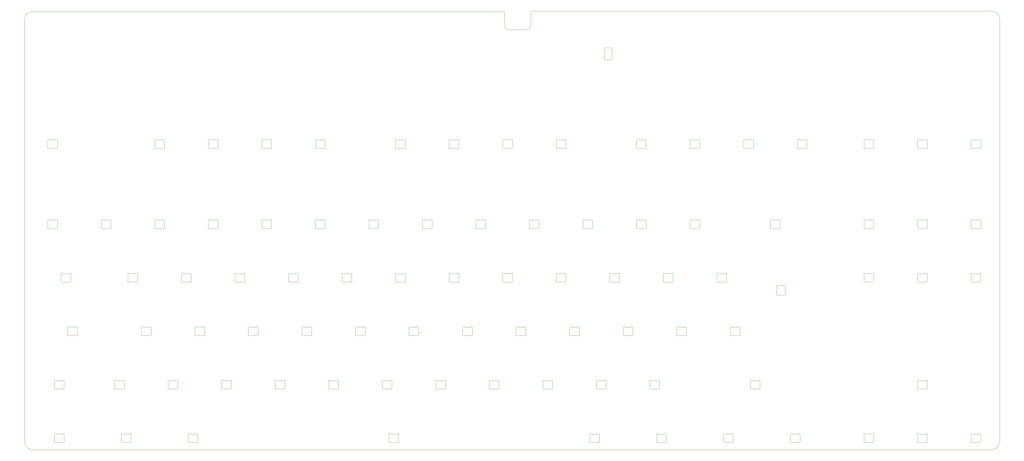
<source format=gm1>
G04 #@! TF.GenerationSoftware,KiCad,Pcbnew,(6.0.2)*
G04 #@! TF.CreationDate,2022-03-10T23:30:09+00:00*
G04 #@! TF.ProjectId,ENV_KB_RGB,454e565f-4b42-45f5-9247-422e6b696361,Rev.1*
G04 #@! TF.SameCoordinates,Original*
G04 #@! TF.FileFunction,Profile,NP*
%FSLAX46Y46*%
G04 Gerber Fmt 4.6, Leading zero omitted, Abs format (unit mm)*
G04 Created by KiCad (PCBNEW (6.0.2)) date 2022-03-10 23:30:09*
%MOMM*%
%LPD*%
G01*
G04 APERTURE LIST*
G04 #@! TA.AperFunction,Profile*
%ADD10C,0.100000*%
G04 #@! TD*
G04 #@! TA.AperFunction,Profile*
%ADD11C,0.050000*%
G04 #@! TD*
G04 APERTURE END LIST*
D10*
X380767000Y-215785000D02*
X39767000Y-215785000D01*
X39767000Y-59685000D02*
X207546960Y-59700000D01*
X383767000Y-62500000D02*
G75*
G03*
X380767000Y-59500000I-3000001J-1D01*
G01*
X380767000Y-215785000D02*
G75*
G03*
X383767000Y-212785000I-1J3000001D01*
G01*
X36767000Y-212785000D02*
G75*
G03*
X39767000Y-215785000I3000001J1D01*
G01*
X39767000Y-59685000D02*
G75*
G03*
X36767000Y-62685000I1J-3000001D01*
G01*
X36767000Y-212785000D02*
X36767000Y-62685000D01*
D11*
X380767000Y-59500000D02*
X216950000Y-59500000D01*
X207546960Y-60553128D02*
X207546960Y-59700000D01*
D10*
X383767000Y-62500000D02*
X383767000Y-212785000D01*
X245825000Y-76800000D02*
X243175000Y-76800000D01*
D11*
X216953040Y-60553128D02*
X216950000Y-59500000D01*
D10*
X245825000Y-72625000D02*
X245825000Y-76800000D01*
X243175000Y-72625000D02*
X245825000Y-72625000D01*
X243175000Y-76800000D02*
X243175000Y-72625000D01*
X45025001Y-107567842D02*
X45025001Y-106162158D01*
X45930548Y-105365000D02*
X47519452Y-105365000D01*
X47519452Y-108364999D02*
X45930547Y-108364999D01*
X48424999Y-106162158D02*
X48424999Y-107567842D01*
X48474484Y-105945280D02*
G75*
G03*
X48424999Y-106162157I450505J-216876D01*
G01*
X45678289Y-105296701D02*
G75*
G03*
X44975516Y-105945281I-252259J-431700D01*
G01*
X44975515Y-107784720D02*
G75*
G03*
X45678289Y-108433298I450516J-216877D01*
G01*
X47519452Y-105365000D02*
G75*
G03*
X47771710Y-105296701I-3J500009D01*
G01*
X47771711Y-108433299D02*
G75*
G03*
X47519453Y-108365000I-252261J-431710D01*
G01*
X48424999Y-107567842D02*
G75*
G03*
X48474484Y-107784720I499990J-2D01*
G01*
X45025001Y-106162158D02*
G75*
G03*
X44975516Y-105945280I-499990J2D01*
G01*
X47771711Y-108433299D02*
G75*
G03*
X48474484Y-107784720I252258J431701D01*
G01*
X44975516Y-107784720D02*
G75*
G03*
X45025001Y-107567843I-450505J216876D01*
G01*
X48474484Y-105945280D02*
G75*
G03*
X47771711Y-105296703I-450515J216877D01*
G01*
X45678289Y-105296701D02*
G75*
G03*
X45930548Y-105365000I252261J431710D01*
G01*
X45930547Y-108364999D02*
G75*
G03*
X45678289Y-108433298I3J-500009D01*
G01*
X84030548Y-105365000D02*
X85619452Y-105365000D01*
X85619452Y-108364999D02*
X84030547Y-108364999D01*
X86524999Y-106162158D02*
X86524999Y-107567842D01*
X83125001Y-107567842D02*
X83125001Y-106162158D01*
X83778289Y-105296701D02*
G75*
G03*
X83075516Y-105945281I-252259J-431700D01*
G01*
X86524999Y-107567842D02*
G75*
G03*
X86574484Y-107784720I499990J-2D01*
G01*
X85871711Y-108433299D02*
G75*
G03*
X86574484Y-107784720I252258J431701D01*
G01*
X83778289Y-105296701D02*
G75*
G03*
X84030548Y-105365000I252261J431710D01*
G01*
X83075516Y-107784720D02*
G75*
G03*
X83125001Y-107567843I-450505J216876D01*
G01*
X86574484Y-105945280D02*
G75*
G03*
X86524999Y-106162157I450505J-216876D01*
G01*
X85871711Y-108433299D02*
G75*
G03*
X85619453Y-108365000I-252261J-431710D01*
G01*
X83075515Y-107784720D02*
G75*
G03*
X83778289Y-108433298I450516J-216877D01*
G01*
X83125001Y-106162158D02*
G75*
G03*
X83075516Y-105945280I-499990J2D01*
G01*
X86574484Y-105945280D02*
G75*
G03*
X85871711Y-105296703I-450515J216877D01*
G01*
X84030547Y-108364999D02*
G75*
G03*
X83778289Y-108433298I3J-500009D01*
G01*
X85619452Y-105365000D02*
G75*
G03*
X85871710Y-105296701I-3J500009D01*
G01*
X103080548Y-105365000D02*
X104669452Y-105365000D01*
X104669452Y-108364999D02*
X103080547Y-108364999D01*
X102175001Y-107567842D02*
X102175001Y-106162158D01*
X105574999Y-106162158D02*
X105574999Y-107567842D01*
X104921711Y-108433299D02*
G75*
G03*
X105624484Y-107784720I252258J431701D01*
G01*
X102125516Y-107784720D02*
G75*
G03*
X102175001Y-107567843I-450505J216876D01*
G01*
X102175001Y-106162158D02*
G75*
G03*
X102125516Y-105945280I-499990J2D01*
G01*
X102125515Y-107784720D02*
G75*
G03*
X102828289Y-108433298I450516J-216877D01*
G01*
X105574999Y-107567842D02*
G75*
G03*
X105624484Y-107784720I499990J-2D01*
G01*
X104921711Y-108433299D02*
G75*
G03*
X104669453Y-108365000I-252261J-431710D01*
G01*
X105624484Y-105945280D02*
G75*
G03*
X104921711Y-105296703I-450515J216877D01*
G01*
X102828289Y-105296701D02*
G75*
G03*
X102125516Y-105945281I-252259J-431700D01*
G01*
X102828289Y-105296701D02*
G75*
G03*
X103080548Y-105365000I252261J431710D01*
G01*
X103080547Y-108364999D02*
G75*
G03*
X102828289Y-108433298I3J-500009D01*
G01*
X104669452Y-105365000D02*
G75*
G03*
X104921710Y-105296701I-3J500009D01*
G01*
X105624484Y-105945280D02*
G75*
G03*
X105574999Y-106162157I450505J-216876D01*
G01*
X121225001Y-107567842D02*
X121225001Y-106162158D01*
X123719452Y-108364999D02*
X122130547Y-108364999D01*
X124624999Y-106162158D02*
X124624999Y-107567842D01*
X122130548Y-105365000D02*
X123719452Y-105365000D01*
X123971711Y-108433299D02*
G75*
G03*
X123719453Y-108365000I-252261J-431710D01*
G01*
X122130547Y-108364999D02*
G75*
G03*
X121878289Y-108433298I3J-500009D01*
G01*
X121225001Y-106162158D02*
G75*
G03*
X121175516Y-105945280I-499990J2D01*
G01*
X121175516Y-107784720D02*
G75*
G03*
X121225001Y-107567843I-450505J216876D01*
G01*
X123719452Y-105365000D02*
G75*
G03*
X123971710Y-105296701I-3J500009D01*
G01*
X121878289Y-105296701D02*
G75*
G03*
X122130548Y-105365000I252261J431710D01*
G01*
X124624999Y-107567842D02*
G75*
G03*
X124674484Y-107784720I499990J-2D01*
G01*
X124674484Y-105945280D02*
G75*
G03*
X123971711Y-105296703I-450515J216877D01*
G01*
X121878289Y-105296701D02*
G75*
G03*
X121175516Y-105945281I-252259J-431700D01*
G01*
X124674484Y-105945280D02*
G75*
G03*
X124624999Y-106162157I450505J-216876D01*
G01*
X123971711Y-108433299D02*
G75*
G03*
X124674484Y-107784720I252258J431701D01*
G01*
X121175515Y-107784720D02*
G75*
G03*
X121878289Y-108433298I450516J-216877D01*
G01*
X140275001Y-107567842D02*
X140275001Y-106162158D01*
X141180548Y-105365000D02*
X142769452Y-105365000D01*
X142769452Y-108364999D02*
X141180547Y-108364999D01*
X143674999Y-106162158D02*
X143674999Y-107567842D01*
X143021711Y-108433299D02*
G75*
G03*
X143724484Y-107784720I252258J431701D01*
G01*
X143724484Y-105945280D02*
G75*
G03*
X143674999Y-106162157I450505J-216876D01*
G01*
X142769452Y-105365000D02*
G75*
G03*
X143021710Y-105296701I-3J500009D01*
G01*
X140275001Y-106162158D02*
G75*
G03*
X140225516Y-105945280I-499990J2D01*
G01*
X143724484Y-105945280D02*
G75*
G03*
X143021711Y-105296703I-450515J216877D01*
G01*
X143674999Y-107567842D02*
G75*
G03*
X143724484Y-107784720I499990J-2D01*
G01*
X143021711Y-108433299D02*
G75*
G03*
X142769453Y-108365000I-252261J-431710D01*
G01*
X140225516Y-107784720D02*
G75*
G03*
X140275001Y-107567843I-450505J216876D01*
G01*
X140928289Y-105296701D02*
G75*
G03*
X141180548Y-105365000I252261J431710D01*
G01*
X140225515Y-107784720D02*
G75*
G03*
X140928289Y-108433298I450516J-216877D01*
G01*
X141180547Y-108364999D02*
G75*
G03*
X140928289Y-108433298I3J-500009D01*
G01*
X140928289Y-105296701D02*
G75*
G03*
X140225516Y-105945281I-252259J-431700D01*
G01*
X168850001Y-107567842D02*
X168850001Y-106162158D01*
X171344452Y-108364999D02*
X169755547Y-108364999D01*
X172249999Y-106162158D02*
X172249999Y-107567842D01*
X169755548Y-105365000D02*
X171344452Y-105365000D01*
X169503289Y-105296701D02*
G75*
G03*
X169755548Y-105365000I252261J431710D01*
G01*
X169503289Y-105296701D02*
G75*
G03*
X168800516Y-105945281I-252259J-431700D01*
G01*
X169755547Y-108364999D02*
G75*
G03*
X169503289Y-108433298I3J-500009D01*
G01*
X172299484Y-105945280D02*
G75*
G03*
X172249999Y-106162157I450505J-216876D01*
G01*
X171344452Y-105365000D02*
G75*
G03*
X171596710Y-105296701I-3J500009D01*
G01*
X171596711Y-108433299D02*
G75*
G03*
X171344453Y-108365000I-252261J-431710D01*
G01*
X171596711Y-108433299D02*
G75*
G03*
X172299484Y-107784720I252258J431701D01*
G01*
X168800515Y-107784720D02*
G75*
G03*
X169503289Y-108433298I450516J-216877D01*
G01*
X168800516Y-107784720D02*
G75*
G03*
X168850001Y-107567843I-450505J216876D01*
G01*
X172249999Y-107567842D02*
G75*
G03*
X172299484Y-107784720I499990J-2D01*
G01*
X168850001Y-106162158D02*
G75*
G03*
X168800516Y-105945280I-499990J2D01*
G01*
X172299484Y-105945280D02*
G75*
G03*
X171596711Y-105296703I-450515J216877D01*
G01*
X188805548Y-105365000D02*
X190394452Y-105365000D01*
X187900001Y-107567842D02*
X187900001Y-106162158D01*
X191299999Y-106162158D02*
X191299999Y-107567842D01*
X190394452Y-108364999D02*
X188805547Y-108364999D01*
X190394452Y-105365000D02*
G75*
G03*
X190646710Y-105296701I-3J500009D01*
G01*
X191349484Y-105945280D02*
G75*
G03*
X190646711Y-105296703I-450515J216877D01*
G01*
X190646711Y-108433299D02*
G75*
G03*
X190394453Y-108365000I-252261J-431710D01*
G01*
X188553289Y-105296701D02*
G75*
G03*
X188805548Y-105365000I252261J431710D01*
G01*
X190646711Y-108433299D02*
G75*
G03*
X191349484Y-107784720I252258J431701D01*
G01*
X187900001Y-106162158D02*
G75*
G03*
X187850516Y-105945280I-499990J2D01*
G01*
X188553289Y-105296701D02*
G75*
G03*
X187850516Y-105945281I-252259J-431700D01*
G01*
X191349484Y-105945280D02*
G75*
G03*
X191299999Y-106162157I450505J-216876D01*
G01*
X191299999Y-107567842D02*
G75*
G03*
X191349484Y-107784720I499990J-2D01*
G01*
X187850515Y-107784720D02*
G75*
G03*
X188553289Y-108433298I450516J-216877D01*
G01*
X188805547Y-108364999D02*
G75*
G03*
X188553289Y-108433298I3J-500009D01*
G01*
X187850516Y-107784720D02*
G75*
G03*
X187900001Y-107567843I-450505J216876D01*
G01*
X210349999Y-106162158D02*
X210349999Y-107567842D01*
X209444452Y-108364999D02*
X207855547Y-108364999D01*
X207855548Y-105365000D02*
X209444452Y-105365000D01*
X206950001Y-107567842D02*
X206950001Y-106162158D01*
X209696711Y-108433299D02*
G75*
G03*
X210399484Y-107784720I252258J431701D01*
G01*
X210399484Y-105945280D02*
G75*
G03*
X210349999Y-106162157I450505J-216876D01*
G01*
X206950001Y-106162158D02*
G75*
G03*
X206900516Y-105945280I-499990J2D01*
G01*
X210349999Y-107567842D02*
G75*
G03*
X210399484Y-107784720I499990J-2D01*
G01*
X206900515Y-107784720D02*
G75*
G03*
X207603289Y-108433298I450516J-216877D01*
G01*
X207603289Y-105296701D02*
G75*
G03*
X206900516Y-105945281I-252259J-431700D01*
G01*
X209696711Y-108433299D02*
G75*
G03*
X209444453Y-108365000I-252261J-431710D01*
G01*
X206900516Y-107784720D02*
G75*
G03*
X206950001Y-107567843I-450505J216876D01*
G01*
X207603289Y-105296701D02*
G75*
G03*
X207855548Y-105365000I252261J431710D01*
G01*
X210399484Y-105945280D02*
G75*
G03*
X209696711Y-105296703I-450515J216877D01*
G01*
X207855547Y-108364999D02*
G75*
G03*
X207603289Y-108433298I3J-500009D01*
G01*
X209444452Y-105365000D02*
G75*
G03*
X209696710Y-105296701I-3J500009D01*
G01*
X226000001Y-107567842D02*
X226000001Y-106162158D01*
X228494452Y-108364999D02*
X226905547Y-108364999D01*
X226905548Y-105365000D02*
X228494452Y-105365000D01*
X229399999Y-106162158D02*
X229399999Y-107567842D01*
X225950515Y-107784720D02*
G75*
G03*
X226653289Y-108433298I450516J-216877D01*
G01*
X229449484Y-105945280D02*
G75*
G03*
X229399999Y-106162157I450505J-216876D01*
G01*
X226905547Y-108364999D02*
G75*
G03*
X226653289Y-108433298I3J-500009D01*
G01*
X226653289Y-105296701D02*
G75*
G03*
X226905548Y-105365000I252261J431710D01*
G01*
X226653289Y-105296701D02*
G75*
G03*
X225950516Y-105945281I-252259J-431700D01*
G01*
X228494452Y-105365000D02*
G75*
G03*
X228746710Y-105296701I-3J500009D01*
G01*
X228746711Y-108433299D02*
G75*
G03*
X229449484Y-107784720I252258J431701D01*
G01*
X225950516Y-107784720D02*
G75*
G03*
X226000001Y-107567843I-450505J216876D01*
G01*
X229399999Y-107567842D02*
G75*
G03*
X229449484Y-107784720I499990J-2D01*
G01*
X228746711Y-108433299D02*
G75*
G03*
X228494453Y-108365000I-252261J-431710D01*
G01*
X229449484Y-105945280D02*
G75*
G03*
X228746711Y-105296703I-450515J216877D01*
G01*
X226000001Y-106162158D02*
G75*
G03*
X225950516Y-105945280I-499990J2D01*
G01*
X257069452Y-108364999D02*
X255480547Y-108364999D01*
X254575001Y-107567842D02*
X254575001Y-106162158D01*
X257974999Y-106162158D02*
X257974999Y-107567842D01*
X255480548Y-105365000D02*
X257069452Y-105365000D01*
X255228289Y-105296701D02*
G75*
G03*
X254525516Y-105945281I-252259J-431700D01*
G01*
X257321711Y-108433299D02*
G75*
G03*
X258024484Y-107784720I252258J431701D01*
G01*
X254575001Y-106162158D02*
G75*
G03*
X254525516Y-105945280I-499990J2D01*
G01*
X258024484Y-105945280D02*
G75*
G03*
X257321711Y-105296703I-450515J216877D01*
G01*
X257321711Y-108433299D02*
G75*
G03*
X257069453Y-108365000I-252261J-431710D01*
G01*
X255228289Y-105296701D02*
G75*
G03*
X255480548Y-105365000I252261J431710D01*
G01*
X257069452Y-105365000D02*
G75*
G03*
X257321710Y-105296701I-3J500009D01*
G01*
X255480547Y-108364999D02*
G75*
G03*
X255228289Y-108433298I3J-500009D01*
G01*
X258024484Y-105945280D02*
G75*
G03*
X257974999Y-106162157I450505J-216876D01*
G01*
X254525516Y-107784720D02*
G75*
G03*
X254575001Y-107567843I-450505J216876D01*
G01*
X254525515Y-107784720D02*
G75*
G03*
X255228289Y-108433298I450516J-216877D01*
G01*
X257974999Y-107567842D02*
G75*
G03*
X258024484Y-107784720I499990J-2D01*
G01*
X273625001Y-107567842D02*
X273625001Y-106162158D01*
X276119452Y-108364999D02*
X274530547Y-108364999D01*
X274530548Y-105365000D02*
X276119452Y-105365000D01*
X277024999Y-106162158D02*
X277024999Y-107567842D01*
X273625001Y-106162158D02*
G75*
G03*
X273575516Y-105945280I-499990J2D01*
G01*
X273575516Y-107784720D02*
G75*
G03*
X273625001Y-107567843I-450505J216876D01*
G01*
X274278289Y-105296701D02*
G75*
G03*
X274530548Y-105365000I252261J431710D01*
G01*
X277074484Y-105945280D02*
G75*
G03*
X276371711Y-105296703I-450515J216877D01*
G01*
X277024999Y-107567842D02*
G75*
G03*
X277074484Y-107784720I499990J-2D01*
G01*
X276371711Y-108433299D02*
G75*
G03*
X276119453Y-108365000I-252261J-431710D01*
G01*
X273575515Y-107784720D02*
G75*
G03*
X274278289Y-108433298I450516J-216877D01*
G01*
X274278289Y-105296701D02*
G75*
G03*
X273575516Y-105945281I-252259J-431700D01*
G01*
X276371711Y-108433299D02*
G75*
G03*
X277074484Y-107784720I252258J431701D01*
G01*
X276119452Y-105365000D02*
G75*
G03*
X276371710Y-105296701I-3J500009D01*
G01*
X274530547Y-108364999D02*
G75*
G03*
X274278289Y-108433298I3J-500009D01*
G01*
X277074484Y-105945280D02*
G75*
G03*
X277024999Y-106162157I450505J-216876D01*
G01*
X295169452Y-108364999D02*
X293580547Y-108364999D01*
X296074999Y-106162158D02*
X296074999Y-107567842D01*
X293580548Y-105365000D02*
X295169452Y-105365000D01*
X292675001Y-107567842D02*
X292675001Y-106162158D01*
X293580547Y-108364999D02*
G75*
G03*
X293328289Y-108433298I3J-500009D01*
G01*
X296074999Y-107567842D02*
G75*
G03*
X296124484Y-107784720I499990J-2D01*
G01*
X292675001Y-106162158D02*
G75*
G03*
X292625516Y-105945280I-499990J2D01*
G01*
X292625515Y-107784720D02*
G75*
G03*
X293328289Y-108433298I450516J-216877D01*
G01*
X293328289Y-105296701D02*
G75*
G03*
X292625516Y-105945281I-252259J-431700D01*
G01*
X296124484Y-105945280D02*
G75*
G03*
X296074999Y-106162157I450505J-216876D01*
G01*
X295421711Y-108433299D02*
G75*
G03*
X295169453Y-108365000I-252261J-431710D01*
G01*
X296124484Y-105945280D02*
G75*
G03*
X295421711Y-105296703I-450515J216877D01*
G01*
X292625516Y-107784720D02*
G75*
G03*
X292675001Y-107567843I-450505J216876D01*
G01*
X295421711Y-108433299D02*
G75*
G03*
X296124484Y-107784720I252258J431701D01*
G01*
X295169452Y-105365000D02*
G75*
G03*
X295421710Y-105296701I-3J500009D01*
G01*
X293328289Y-105296701D02*
G75*
G03*
X293580548Y-105365000I252261J431710D01*
G01*
X314219452Y-108364999D02*
X312630547Y-108364999D01*
X315124999Y-106162158D02*
X315124999Y-107567842D01*
X311725001Y-107567842D02*
X311725001Y-106162158D01*
X312630548Y-105365000D02*
X314219452Y-105365000D01*
X315174484Y-105945280D02*
G75*
G03*
X315124999Y-106162157I450505J-216876D01*
G01*
X311675515Y-107784720D02*
G75*
G03*
X312378289Y-108433298I450516J-216877D01*
G01*
X314471711Y-108433299D02*
G75*
G03*
X315174484Y-107784720I252258J431701D01*
G01*
X314471711Y-108433299D02*
G75*
G03*
X314219453Y-108365000I-252261J-431710D01*
G01*
X315174484Y-105945280D02*
G75*
G03*
X314471711Y-105296703I-450515J216877D01*
G01*
X311725001Y-106162158D02*
G75*
G03*
X311675516Y-105945280I-499990J2D01*
G01*
X311675516Y-107784720D02*
G75*
G03*
X311725001Y-107567843I-450505J216876D01*
G01*
X312630547Y-108364999D02*
G75*
G03*
X312378289Y-108433298I3J-500009D01*
G01*
X315124999Y-107567842D02*
G75*
G03*
X315174484Y-107784720I499990J-2D01*
G01*
X312378289Y-105296701D02*
G75*
G03*
X312630548Y-105365000I252261J431710D01*
G01*
X312378289Y-105296701D02*
G75*
G03*
X311675516Y-105945281I-252259J-431700D01*
G01*
X314219452Y-105365000D02*
G75*
G03*
X314471710Y-105296701I-3J500009D01*
G01*
X336443048Y-105365000D02*
X338031952Y-105365000D01*
X335537501Y-107567842D02*
X335537501Y-106162158D01*
X338937499Y-106162158D02*
X338937499Y-107567842D01*
X338031952Y-108364999D02*
X336443047Y-108364999D01*
X338986984Y-105945280D02*
G75*
G03*
X338284211Y-105296703I-450515J216877D01*
G01*
X338284211Y-108433299D02*
G75*
G03*
X338031953Y-108365000I-252261J-431710D01*
G01*
X336190789Y-105296701D02*
G75*
G03*
X335488016Y-105945281I-252259J-431700D01*
G01*
X336190789Y-105296701D02*
G75*
G03*
X336443048Y-105365000I252261J431710D01*
G01*
X338986984Y-105945280D02*
G75*
G03*
X338937499Y-106162157I450505J-216876D01*
G01*
X338284211Y-108433299D02*
G75*
G03*
X338986984Y-107784720I252258J431701D01*
G01*
X338031952Y-105365000D02*
G75*
G03*
X338284210Y-105296701I-3J500009D01*
G01*
X336443047Y-108364999D02*
G75*
G03*
X336190789Y-108433298I3J-500009D01*
G01*
X335488016Y-107784720D02*
G75*
G03*
X335537501Y-107567843I-450505J216876D01*
G01*
X338937499Y-107567842D02*
G75*
G03*
X338986984Y-107784720I499990J-2D01*
G01*
X335488015Y-107784720D02*
G75*
G03*
X336190789Y-108433298I450516J-216877D01*
G01*
X335537501Y-106162158D02*
G75*
G03*
X335488016Y-105945280I-499990J2D01*
G01*
X357987499Y-106162158D02*
X357987499Y-107567842D01*
X355493048Y-105365000D02*
X357081952Y-105365000D01*
X357081952Y-108364999D02*
X355493047Y-108364999D01*
X354587501Y-107567842D02*
X354587501Y-106162158D01*
X357334211Y-108433299D02*
G75*
G03*
X358036984Y-107784720I252258J431701D01*
G01*
X357987499Y-107567842D02*
G75*
G03*
X358036984Y-107784720I499990J-2D01*
G01*
X355240789Y-105296701D02*
G75*
G03*
X354538016Y-105945281I-252259J-431700D01*
G01*
X354538015Y-107784720D02*
G75*
G03*
X355240789Y-108433298I450516J-216877D01*
G01*
X357334211Y-108433299D02*
G75*
G03*
X357081953Y-108365000I-252261J-431710D01*
G01*
X358036984Y-105945280D02*
G75*
G03*
X357987499Y-106162157I450505J-216876D01*
G01*
X354538016Y-107784720D02*
G75*
G03*
X354587501Y-107567843I-450505J216876D01*
G01*
X357081952Y-105365000D02*
G75*
G03*
X357334210Y-105296701I-3J500009D01*
G01*
X354587501Y-106162158D02*
G75*
G03*
X354538016Y-105945280I-499990J2D01*
G01*
X355240789Y-105296701D02*
G75*
G03*
X355493048Y-105365000I252261J431710D01*
G01*
X358036984Y-105945280D02*
G75*
G03*
X357334211Y-105296703I-450515J216877D01*
G01*
X355493047Y-108364999D02*
G75*
G03*
X355240789Y-108433298I3J-500009D01*
G01*
X377037499Y-106162158D02*
X377037499Y-107567842D01*
X374543048Y-105365000D02*
X376131952Y-105365000D01*
X376131952Y-108364999D02*
X374543047Y-108364999D01*
X373637501Y-107567842D02*
X373637501Y-106162158D01*
X376384211Y-108433299D02*
G75*
G03*
X377086984Y-107784720I252258J431701D01*
G01*
X376131952Y-105365000D02*
G75*
G03*
X376384210Y-105296701I-3J500009D01*
G01*
X374543047Y-108364999D02*
G75*
G03*
X374290789Y-108433298I3J-500009D01*
G01*
X377086984Y-105945280D02*
G75*
G03*
X376384211Y-105296703I-450515J216877D01*
G01*
X373588015Y-107784720D02*
G75*
G03*
X374290789Y-108433298I450516J-216877D01*
G01*
X377086984Y-105945280D02*
G75*
G03*
X377037499Y-106162157I450505J-216876D01*
G01*
X376384211Y-108433299D02*
G75*
G03*
X376131953Y-108365000I-252261J-431710D01*
G01*
X374290789Y-105296701D02*
G75*
G03*
X374543048Y-105365000I252261J431710D01*
G01*
X373637501Y-106162158D02*
G75*
G03*
X373588016Y-105945280I-499990J2D01*
G01*
X377037499Y-107567842D02*
G75*
G03*
X377086984Y-107784720I499990J-2D01*
G01*
X373588016Y-107784720D02*
G75*
G03*
X373637501Y-107567843I-450505J216876D01*
G01*
X374290789Y-105296701D02*
G75*
G03*
X373588016Y-105945281I-252259J-431700D01*
G01*
X48424999Y-134737158D02*
X48424999Y-136142842D01*
X45930548Y-133940000D02*
X47519452Y-133940000D01*
X45025001Y-136142842D02*
X45025001Y-134737158D01*
X47519452Y-136939999D02*
X45930547Y-136939999D01*
X45678289Y-133871701D02*
G75*
G03*
X44975516Y-134520281I-252259J-431700D01*
G01*
X44975515Y-136359720D02*
G75*
G03*
X45678289Y-137008298I450516J-216877D01*
G01*
X47771711Y-137008299D02*
G75*
G03*
X48474484Y-136359720I252258J431701D01*
G01*
X44975516Y-136359720D02*
G75*
G03*
X45025001Y-136142843I-450505J216876D01*
G01*
X45678289Y-133871701D02*
G75*
G03*
X45930548Y-133940000I252261J431710D01*
G01*
X48474484Y-134520280D02*
G75*
G03*
X48424999Y-134737157I450505J-216876D01*
G01*
X48474484Y-134520280D02*
G75*
G03*
X47771711Y-133871703I-450515J216877D01*
G01*
X48424999Y-136142842D02*
G75*
G03*
X48474484Y-136359720I499990J-2D01*
G01*
X47519452Y-133940000D02*
G75*
G03*
X47771710Y-133871701I-3J500009D01*
G01*
X45930547Y-136939999D02*
G75*
G03*
X45678289Y-137008298I3J-500009D01*
G01*
X45025001Y-134737158D02*
G75*
G03*
X44975516Y-134520280I-499990J2D01*
G01*
X47771711Y-137008299D02*
G75*
G03*
X47519453Y-136940000I-252261J-431710D01*
G01*
X66569452Y-136939999D02*
X64980547Y-136939999D01*
X64075001Y-136142842D02*
X64075001Y-134737158D01*
X64980548Y-133940000D02*
X66569452Y-133940000D01*
X67474999Y-134737158D02*
X67474999Y-136142842D01*
X67524484Y-134520280D02*
G75*
G03*
X66821711Y-133871703I-450515J216877D01*
G01*
X64728289Y-133871701D02*
G75*
G03*
X64025516Y-134520281I-252259J-431700D01*
G01*
X67474999Y-136142842D02*
G75*
G03*
X67524484Y-136359720I499990J-2D01*
G01*
X66569452Y-133940000D02*
G75*
G03*
X66821710Y-133871701I-3J500009D01*
G01*
X64980547Y-136939999D02*
G75*
G03*
X64728289Y-137008298I3J-500009D01*
G01*
X64075001Y-134737158D02*
G75*
G03*
X64025516Y-134520280I-499990J2D01*
G01*
X64728289Y-133871701D02*
G75*
G03*
X64980548Y-133940000I252261J431710D01*
G01*
X66821711Y-137008299D02*
G75*
G03*
X66569453Y-136940000I-252261J-431710D01*
G01*
X66821711Y-137008299D02*
G75*
G03*
X67524484Y-136359720I252258J431701D01*
G01*
X64025516Y-136359720D02*
G75*
G03*
X64075001Y-136142843I-450505J216876D01*
G01*
X64025515Y-136359720D02*
G75*
G03*
X64728289Y-137008298I450516J-216877D01*
G01*
X67524484Y-134520280D02*
G75*
G03*
X67474999Y-134737157I450505J-216876D01*
G01*
X84030548Y-133940000D02*
X85619452Y-133940000D01*
X83125001Y-136142842D02*
X83125001Y-134737158D01*
X86524999Y-134737158D02*
X86524999Y-136142842D01*
X85619452Y-136939999D02*
X84030547Y-136939999D01*
X83778289Y-133871701D02*
G75*
G03*
X83075516Y-134520281I-252259J-431700D01*
G01*
X86524999Y-136142842D02*
G75*
G03*
X86574484Y-136359720I499990J-2D01*
G01*
X85619452Y-133940000D02*
G75*
G03*
X85871710Y-133871701I-3J500009D01*
G01*
X83075515Y-136359720D02*
G75*
G03*
X83778289Y-137008298I450516J-216877D01*
G01*
X85871711Y-137008299D02*
G75*
G03*
X86574484Y-136359720I252258J431701D01*
G01*
X83075516Y-136359720D02*
G75*
G03*
X83125001Y-136142843I-450505J216876D01*
G01*
X86574484Y-134520280D02*
G75*
G03*
X85871711Y-133871703I-450515J216877D01*
G01*
X85871711Y-137008299D02*
G75*
G03*
X85619453Y-136940000I-252261J-431710D01*
G01*
X86574484Y-134520280D02*
G75*
G03*
X86524999Y-134737157I450505J-216876D01*
G01*
X84030547Y-136939999D02*
G75*
G03*
X83778289Y-137008298I3J-500009D01*
G01*
X83778289Y-133871701D02*
G75*
G03*
X84030548Y-133940000I252261J431710D01*
G01*
X83125001Y-134737158D02*
G75*
G03*
X83075516Y-134520280I-499990J2D01*
G01*
X105574999Y-134737158D02*
X105574999Y-136142842D01*
X104669452Y-136939999D02*
X103080547Y-136939999D01*
X102175001Y-136142842D02*
X102175001Y-134737158D01*
X103080548Y-133940000D02*
X104669452Y-133940000D01*
X102175001Y-134737158D02*
G75*
G03*
X102125516Y-134520280I-499990J2D01*
G01*
X102125516Y-136359720D02*
G75*
G03*
X102175001Y-136142843I-450505J216876D01*
G01*
X103080547Y-136939999D02*
G75*
G03*
X102828289Y-137008298I3J-500009D01*
G01*
X102828289Y-133871701D02*
G75*
G03*
X102125516Y-134520281I-252259J-431700D01*
G01*
X104669452Y-133940000D02*
G75*
G03*
X104921710Y-133871701I-3J500009D01*
G01*
X104921711Y-137008299D02*
G75*
G03*
X104669453Y-136940000I-252261J-431710D01*
G01*
X102828289Y-133871701D02*
G75*
G03*
X103080548Y-133940000I252261J431710D01*
G01*
X104921711Y-137008299D02*
G75*
G03*
X105624484Y-136359720I252258J431701D01*
G01*
X105574999Y-136142842D02*
G75*
G03*
X105624484Y-136359720I499990J-2D01*
G01*
X102125515Y-136359720D02*
G75*
G03*
X102828289Y-137008298I450516J-216877D01*
G01*
X105624484Y-134520280D02*
G75*
G03*
X105574999Y-134737157I450505J-216876D01*
G01*
X105624484Y-134520280D02*
G75*
G03*
X104921711Y-133871703I-450515J216877D01*
G01*
X121225001Y-136142842D02*
X121225001Y-134737158D01*
X122130548Y-133940000D02*
X123719452Y-133940000D01*
X124624999Y-134737158D02*
X124624999Y-136142842D01*
X123719452Y-136939999D02*
X122130547Y-136939999D01*
X124674484Y-134520280D02*
G75*
G03*
X123971711Y-133871703I-450515J216877D01*
G01*
X121175516Y-136359720D02*
G75*
G03*
X121225001Y-136142843I-450505J216876D01*
G01*
X123971711Y-137008299D02*
G75*
G03*
X123719453Y-136940000I-252261J-431710D01*
G01*
X121175515Y-136359720D02*
G75*
G03*
X121878289Y-137008298I450516J-216877D01*
G01*
X122130547Y-136939999D02*
G75*
G03*
X121878289Y-137008298I3J-500009D01*
G01*
X121878289Y-133871701D02*
G75*
G03*
X122130548Y-133940000I252261J431710D01*
G01*
X124674484Y-134520280D02*
G75*
G03*
X124624999Y-134737157I450505J-216876D01*
G01*
X123719452Y-133940000D02*
G75*
G03*
X123971710Y-133871701I-3J500009D01*
G01*
X121225001Y-134737158D02*
G75*
G03*
X121175516Y-134520280I-499990J2D01*
G01*
X124624999Y-136142842D02*
G75*
G03*
X124674484Y-136359720I499990J-2D01*
G01*
X123971711Y-137008299D02*
G75*
G03*
X124674484Y-136359720I252258J431701D01*
G01*
X121878289Y-133871701D02*
G75*
G03*
X121175516Y-134520281I-252259J-431700D01*
G01*
X142769452Y-136939999D02*
X141180547Y-136939999D01*
X143674999Y-134737158D02*
X143674999Y-136142842D01*
X141180548Y-133940000D02*
X142769452Y-133940000D01*
X140275001Y-136142842D02*
X140275001Y-134737158D01*
X140928289Y-133871701D02*
G75*
G03*
X141180548Y-133940000I252261J431710D01*
G01*
X143724484Y-134520280D02*
G75*
G03*
X143674999Y-134737157I450505J-216876D01*
G01*
X143021711Y-137008299D02*
G75*
G03*
X143724484Y-136359720I252258J431701D01*
G01*
X140225515Y-136359720D02*
G75*
G03*
X140928289Y-137008298I450516J-216877D01*
G01*
X142769452Y-133940000D02*
G75*
G03*
X143021710Y-133871701I-3J500009D01*
G01*
X143724484Y-134520280D02*
G75*
G03*
X143021711Y-133871703I-450515J216877D01*
G01*
X143021711Y-137008299D02*
G75*
G03*
X142769453Y-136940000I-252261J-431710D01*
G01*
X141180547Y-136939999D02*
G75*
G03*
X140928289Y-137008298I3J-500009D01*
G01*
X140928289Y-133871701D02*
G75*
G03*
X140225516Y-134520281I-252259J-431700D01*
G01*
X140275001Y-134737158D02*
G75*
G03*
X140225516Y-134520280I-499990J2D01*
G01*
X143674999Y-136142842D02*
G75*
G03*
X143724484Y-136359720I499990J-2D01*
G01*
X140225516Y-136359720D02*
G75*
G03*
X140275001Y-136142843I-450505J216876D01*
G01*
X160230548Y-133940000D02*
X161819452Y-133940000D01*
X162724999Y-134737158D02*
X162724999Y-136142842D01*
X161819452Y-136939999D02*
X160230547Y-136939999D01*
X159325001Y-136142842D02*
X159325001Y-134737158D01*
X162071711Y-137008299D02*
G75*
G03*
X162774484Y-136359720I252258J431701D01*
G01*
X159978289Y-133871701D02*
G75*
G03*
X159275516Y-134520281I-252259J-431700D01*
G01*
X162724999Y-136142842D02*
G75*
G03*
X162774484Y-136359720I499990J-2D01*
G01*
X161819452Y-133940000D02*
G75*
G03*
X162071710Y-133871701I-3J500009D01*
G01*
X159275516Y-136359720D02*
G75*
G03*
X159325001Y-136142843I-450505J216876D01*
G01*
X162774484Y-134520280D02*
G75*
G03*
X162071711Y-133871703I-450515J216877D01*
G01*
X160230547Y-136939999D02*
G75*
G03*
X159978289Y-137008298I3J-500009D01*
G01*
X162774484Y-134520280D02*
G75*
G03*
X162724999Y-134737157I450505J-216876D01*
G01*
X162071711Y-137008299D02*
G75*
G03*
X161819453Y-136940000I-252261J-431710D01*
G01*
X159325001Y-134737158D02*
G75*
G03*
X159275516Y-134520280I-499990J2D01*
G01*
X159275515Y-136359720D02*
G75*
G03*
X159978289Y-137008298I450516J-216877D01*
G01*
X159978289Y-133871701D02*
G75*
G03*
X160230548Y-133940000I252261J431710D01*
G01*
X181774999Y-134737158D02*
X181774999Y-136142842D01*
X178375001Y-136142842D02*
X178375001Y-134737158D01*
X180869452Y-136939999D02*
X179280547Y-136939999D01*
X179280548Y-133940000D02*
X180869452Y-133940000D01*
X181121711Y-137008299D02*
G75*
G03*
X180869453Y-136940000I-252261J-431710D01*
G01*
X179028289Y-133871701D02*
G75*
G03*
X179280548Y-133940000I252261J431710D01*
G01*
X181824484Y-134520280D02*
G75*
G03*
X181121711Y-133871703I-450515J216877D01*
G01*
X181121711Y-137008299D02*
G75*
G03*
X181824484Y-136359720I252258J431701D01*
G01*
X181774999Y-136142842D02*
G75*
G03*
X181824484Y-136359720I499990J-2D01*
G01*
X180869452Y-133940000D02*
G75*
G03*
X181121710Y-133871701I-3J500009D01*
G01*
X178325516Y-136359720D02*
G75*
G03*
X178375001Y-136142843I-450505J216876D01*
G01*
X178375001Y-134737158D02*
G75*
G03*
X178325516Y-134520280I-499990J2D01*
G01*
X181824484Y-134520280D02*
G75*
G03*
X181774999Y-134737157I450505J-216876D01*
G01*
X179280547Y-136939999D02*
G75*
G03*
X179028289Y-137008298I3J-500009D01*
G01*
X178325515Y-136359720D02*
G75*
G03*
X179028289Y-137008298I450516J-216877D01*
G01*
X179028289Y-133871701D02*
G75*
G03*
X178325516Y-134520281I-252259J-431700D01*
G01*
X197425001Y-136142842D02*
X197425001Y-134737158D01*
X199919452Y-136939999D02*
X198330547Y-136939999D01*
X200824999Y-134737158D02*
X200824999Y-136142842D01*
X198330548Y-133940000D02*
X199919452Y-133940000D01*
X197375515Y-136359720D02*
G75*
G03*
X198078289Y-137008298I450516J-216877D01*
G01*
X198078289Y-133871701D02*
G75*
G03*
X198330548Y-133940000I252261J431710D01*
G01*
X200171711Y-137008299D02*
G75*
G03*
X199919453Y-136940000I-252261J-431710D01*
G01*
X200824999Y-136142842D02*
G75*
G03*
X200874484Y-136359720I499990J-2D01*
G01*
X198330547Y-136939999D02*
G75*
G03*
X198078289Y-137008298I3J-500009D01*
G01*
X200171711Y-137008299D02*
G75*
G03*
X200874484Y-136359720I252258J431701D01*
G01*
X200874484Y-134520280D02*
G75*
G03*
X200824999Y-134737157I450505J-216876D01*
G01*
X198078289Y-133871701D02*
G75*
G03*
X197375516Y-134520281I-252259J-431700D01*
G01*
X199919452Y-133940000D02*
G75*
G03*
X200171710Y-133871701I-3J500009D01*
G01*
X200874484Y-134520280D02*
G75*
G03*
X200171711Y-133871703I-450515J216877D01*
G01*
X197375516Y-136359720D02*
G75*
G03*
X197425001Y-136142843I-450505J216876D01*
G01*
X197425001Y-134737158D02*
G75*
G03*
X197375516Y-134520280I-499990J2D01*
G01*
X218969452Y-136939999D02*
X217380547Y-136939999D01*
X216475001Y-136142842D02*
X216475001Y-134737158D01*
X217380548Y-133940000D02*
X218969452Y-133940000D01*
X219874999Y-134737158D02*
X219874999Y-136142842D01*
X218969452Y-133940000D02*
G75*
G03*
X219221710Y-133871701I-3J500009D01*
G01*
X217380547Y-136939999D02*
G75*
G03*
X217128289Y-137008298I3J-500009D01*
G01*
X217128289Y-133871701D02*
G75*
G03*
X216425516Y-134520281I-252259J-431700D01*
G01*
X219874999Y-136142842D02*
G75*
G03*
X219924484Y-136359720I499990J-2D01*
G01*
X216475001Y-134737158D02*
G75*
G03*
X216425516Y-134520280I-499990J2D01*
G01*
X219924484Y-134520280D02*
G75*
G03*
X219874999Y-134737157I450505J-216876D01*
G01*
X219221711Y-137008299D02*
G75*
G03*
X218969453Y-136940000I-252261J-431710D01*
G01*
X217128289Y-133871701D02*
G75*
G03*
X217380548Y-133940000I252261J431710D01*
G01*
X216425516Y-136359720D02*
G75*
G03*
X216475001Y-136142843I-450505J216876D01*
G01*
X219924484Y-134520280D02*
G75*
G03*
X219221711Y-133871703I-450515J216877D01*
G01*
X216425515Y-136359720D02*
G75*
G03*
X217128289Y-137008298I450516J-216877D01*
G01*
X219221711Y-137008299D02*
G75*
G03*
X219924484Y-136359720I252258J431701D01*
G01*
X235525001Y-136142842D02*
X235525001Y-134737158D01*
X238019452Y-136939999D02*
X236430547Y-136939999D01*
X236430548Y-133940000D02*
X238019452Y-133940000D01*
X238924999Y-134737158D02*
X238924999Y-136142842D01*
X238271711Y-137008299D02*
G75*
G03*
X238019453Y-136940000I-252261J-431710D01*
G01*
X238271711Y-137008299D02*
G75*
G03*
X238974484Y-136359720I252258J431701D01*
G01*
X238974484Y-134520280D02*
G75*
G03*
X238924999Y-134737157I450505J-216876D01*
G01*
X235525001Y-134737158D02*
G75*
G03*
X235475516Y-134520280I-499990J2D01*
G01*
X235475516Y-136359720D02*
G75*
G03*
X235525001Y-136142843I-450505J216876D01*
G01*
X236178289Y-133871701D02*
G75*
G03*
X236430548Y-133940000I252261J431710D01*
G01*
X238019452Y-133940000D02*
G75*
G03*
X238271710Y-133871701I-3J500009D01*
G01*
X235475515Y-136359720D02*
G75*
G03*
X236178289Y-137008298I450516J-216877D01*
G01*
X238974484Y-134520280D02*
G75*
G03*
X238271711Y-133871703I-450515J216877D01*
G01*
X238924999Y-136142842D02*
G75*
G03*
X238974484Y-136359720I499990J-2D01*
G01*
X236430547Y-136939999D02*
G75*
G03*
X236178289Y-137008298I3J-500009D01*
G01*
X236178289Y-133871701D02*
G75*
G03*
X235475516Y-134520281I-252259J-431700D01*
G01*
X255480548Y-133940000D02*
X257069452Y-133940000D01*
X254575001Y-136142842D02*
X254575001Y-134737158D01*
X257974999Y-134737158D02*
X257974999Y-136142842D01*
X257069452Y-136939999D02*
X255480547Y-136939999D01*
X258024484Y-134520280D02*
G75*
G03*
X257321711Y-133871703I-450515J216877D01*
G01*
X258024484Y-134520280D02*
G75*
G03*
X257974999Y-134737157I450505J-216876D01*
G01*
X255228289Y-133871701D02*
G75*
G03*
X254525516Y-134520281I-252259J-431700D01*
G01*
X254525516Y-136359720D02*
G75*
G03*
X254575001Y-136142843I-450505J216876D01*
G01*
X255228289Y-133871701D02*
G75*
G03*
X255480548Y-133940000I252261J431710D01*
G01*
X254525515Y-136359720D02*
G75*
G03*
X255228289Y-137008298I450516J-216877D01*
G01*
X257974999Y-136142842D02*
G75*
G03*
X258024484Y-136359720I499990J-2D01*
G01*
X255480547Y-136939999D02*
G75*
G03*
X255228289Y-137008298I3J-500009D01*
G01*
X257321711Y-137008299D02*
G75*
G03*
X258024484Y-136359720I252258J431701D01*
G01*
X254575001Y-134737158D02*
G75*
G03*
X254525516Y-134520280I-499990J2D01*
G01*
X257321711Y-137008299D02*
G75*
G03*
X257069453Y-136940000I-252261J-431710D01*
G01*
X257069452Y-133940000D02*
G75*
G03*
X257321710Y-133871701I-3J500009D01*
G01*
X273625001Y-136142842D02*
X273625001Y-134737158D01*
X276119452Y-136939999D02*
X274530547Y-136939999D01*
X274530548Y-133940000D02*
X276119452Y-133940000D01*
X277024999Y-134737158D02*
X277024999Y-136142842D01*
X277074484Y-134520280D02*
G75*
G03*
X276371711Y-133871703I-450515J216877D01*
G01*
X276371711Y-137008299D02*
G75*
G03*
X277074484Y-136359720I252258J431701D01*
G01*
X276119452Y-133940000D02*
G75*
G03*
X276371710Y-133871701I-3J500009D01*
G01*
X273575516Y-136359720D02*
G75*
G03*
X273625001Y-136142843I-450505J216876D01*
G01*
X274278289Y-133871701D02*
G75*
G03*
X274530548Y-133940000I252261J431710D01*
G01*
X277074484Y-134520280D02*
G75*
G03*
X277024999Y-134737157I450505J-216876D01*
G01*
X273625001Y-134737158D02*
G75*
G03*
X273575516Y-134520280I-499990J2D01*
G01*
X274530547Y-136939999D02*
G75*
G03*
X274278289Y-137008298I3J-500009D01*
G01*
X273575515Y-136359720D02*
G75*
G03*
X274278289Y-137008298I450516J-216877D01*
G01*
X277024999Y-136142842D02*
G75*
G03*
X277074484Y-136359720I499990J-2D01*
G01*
X274278289Y-133871701D02*
G75*
G03*
X273575516Y-134520281I-252259J-431700D01*
G01*
X276371711Y-137008299D02*
G75*
G03*
X276119453Y-136940000I-252261J-431710D01*
G01*
X305599999Y-134737158D02*
X305599999Y-136142842D01*
X303105548Y-133940000D02*
X304694452Y-133940000D01*
X304694452Y-136939999D02*
X303105547Y-136939999D01*
X302200001Y-136142842D02*
X302200001Y-134737158D01*
X302200001Y-134737158D02*
G75*
G03*
X302150516Y-134520280I-499990J2D01*
G01*
X303105547Y-136939999D02*
G75*
G03*
X302853289Y-137008298I3J-500009D01*
G01*
X302150516Y-136359720D02*
G75*
G03*
X302200001Y-136142843I-450505J216876D01*
G01*
X305599999Y-136142842D02*
G75*
G03*
X305649484Y-136359720I499990J-2D01*
G01*
X304694452Y-133940000D02*
G75*
G03*
X304946710Y-133871701I-3J500009D01*
G01*
X305649484Y-134520280D02*
G75*
G03*
X304946711Y-133871703I-450515J216877D01*
G01*
X305649484Y-134520280D02*
G75*
G03*
X305599999Y-134737157I450505J-216876D01*
G01*
X302150515Y-136359720D02*
G75*
G03*
X302853289Y-137008298I450516J-216877D01*
G01*
X302853289Y-133871701D02*
G75*
G03*
X303105548Y-133940000I252261J431710D01*
G01*
X304946711Y-137008299D02*
G75*
G03*
X305649484Y-136359720I252258J431701D01*
G01*
X302853289Y-133871701D02*
G75*
G03*
X302150516Y-134520281I-252259J-431700D01*
G01*
X304946711Y-137008299D02*
G75*
G03*
X304694453Y-136940000I-252261J-431710D01*
G01*
X338937499Y-134737158D02*
X338937499Y-136142842D01*
X338031952Y-136939999D02*
X336443047Y-136939999D01*
X335537501Y-136142842D02*
X335537501Y-134737158D01*
X336443048Y-133940000D02*
X338031952Y-133940000D01*
X338031952Y-133940000D02*
G75*
G03*
X338284210Y-133871701I-3J500009D01*
G01*
X335537501Y-134737158D02*
G75*
G03*
X335488016Y-134520280I-499990J2D01*
G01*
X335488015Y-136359720D02*
G75*
G03*
X336190789Y-137008298I450516J-216877D01*
G01*
X338284211Y-137008299D02*
G75*
G03*
X338031953Y-136940000I-252261J-431710D01*
G01*
X338937499Y-136142842D02*
G75*
G03*
X338986984Y-136359720I499990J-2D01*
G01*
X335488016Y-136359720D02*
G75*
G03*
X335537501Y-136142843I-450505J216876D01*
G01*
X338986984Y-134520280D02*
G75*
G03*
X338284211Y-133871703I-450515J216877D01*
G01*
X336190789Y-133871701D02*
G75*
G03*
X335488016Y-134520281I-252259J-431700D01*
G01*
X336190789Y-133871701D02*
G75*
G03*
X336443048Y-133940000I252261J431710D01*
G01*
X338986984Y-134520280D02*
G75*
G03*
X338937499Y-134737157I450505J-216876D01*
G01*
X338284211Y-137008299D02*
G75*
G03*
X338986984Y-136359720I252258J431701D01*
G01*
X336443047Y-136939999D02*
G75*
G03*
X336190789Y-137008298I3J-500009D01*
G01*
X357987499Y-134737158D02*
X357987499Y-136142842D01*
X355493048Y-133940000D02*
X357081952Y-133940000D01*
X357081952Y-136939999D02*
X355493047Y-136939999D01*
X354587501Y-136142842D02*
X354587501Y-134737158D01*
X354538015Y-136359720D02*
G75*
G03*
X355240789Y-137008298I450516J-216877D01*
G01*
X358036984Y-134520280D02*
G75*
G03*
X357987499Y-134737157I450505J-216876D01*
G01*
X357987499Y-136142842D02*
G75*
G03*
X358036984Y-136359720I499990J-2D01*
G01*
X357081952Y-133940000D02*
G75*
G03*
X357334210Y-133871701I-3J500009D01*
G01*
X357334211Y-137008299D02*
G75*
G03*
X357081953Y-136940000I-252261J-431710D01*
G01*
X355240789Y-133871701D02*
G75*
G03*
X354538016Y-134520281I-252259J-431700D01*
G01*
X354587501Y-134737158D02*
G75*
G03*
X354538016Y-134520280I-499990J2D01*
G01*
X357334211Y-137008299D02*
G75*
G03*
X358036984Y-136359720I252258J431701D01*
G01*
X354538016Y-136359720D02*
G75*
G03*
X354587501Y-136142843I-450505J216876D01*
G01*
X355493047Y-136939999D02*
G75*
G03*
X355240789Y-137008298I3J-500009D01*
G01*
X358036984Y-134520280D02*
G75*
G03*
X357334211Y-133871703I-450515J216877D01*
G01*
X355240789Y-133871701D02*
G75*
G03*
X355493048Y-133940000I252261J431710D01*
G01*
X374543048Y-133940000D02*
X376131952Y-133940000D01*
X376131952Y-136939999D02*
X374543047Y-136939999D01*
X373637501Y-136142842D02*
X373637501Y-134737158D01*
X377037499Y-134737158D02*
X377037499Y-136142842D01*
X377086984Y-134520280D02*
G75*
G03*
X377037499Y-134737157I450505J-216876D01*
G01*
X376384211Y-137008299D02*
G75*
G03*
X376131953Y-136940000I-252261J-431710D01*
G01*
X373588015Y-136359720D02*
G75*
G03*
X374290789Y-137008298I450516J-216877D01*
G01*
X376131952Y-133940000D02*
G75*
G03*
X376384210Y-133871701I-3J500009D01*
G01*
X374290789Y-133871701D02*
G75*
G03*
X374543048Y-133940000I252261J431710D01*
G01*
X377037499Y-136142842D02*
G75*
G03*
X377086984Y-136359720I499990J-2D01*
G01*
X373637501Y-134737158D02*
G75*
G03*
X373588016Y-134520280I-499990J2D01*
G01*
X374290789Y-133871701D02*
G75*
G03*
X373588016Y-134520281I-252259J-431700D01*
G01*
X373588016Y-136359720D02*
G75*
G03*
X373637501Y-136142843I-450505J216876D01*
G01*
X374543047Y-136939999D02*
G75*
G03*
X374290789Y-137008298I3J-500009D01*
G01*
X377086984Y-134520280D02*
G75*
G03*
X376384211Y-133871703I-450515J216877D01*
G01*
X376384211Y-137008299D02*
G75*
G03*
X377086984Y-136359720I252258J431701D01*
G01*
X50693048Y-152990000D02*
X52281952Y-152990000D01*
X49787501Y-155192842D02*
X49787501Y-153787158D01*
X53187499Y-153787158D02*
X53187499Y-155192842D01*
X52281952Y-155989999D02*
X50693047Y-155989999D01*
X53187499Y-155192842D02*
G75*
G03*
X53236984Y-155409720I499990J-2D01*
G01*
X49738016Y-155409720D02*
G75*
G03*
X49787501Y-155192843I-450505J216876D01*
G01*
X50693047Y-155989999D02*
G75*
G03*
X50440789Y-156058298I3J-500009D01*
G01*
X49787501Y-153787158D02*
G75*
G03*
X49738016Y-153570280I-499990J2D01*
G01*
X49738015Y-155409720D02*
G75*
G03*
X50440789Y-156058298I450516J-216877D01*
G01*
X52534211Y-156058299D02*
G75*
G03*
X52281953Y-155990000I-252261J-431710D01*
G01*
X53236984Y-153570280D02*
G75*
G03*
X52534211Y-152921703I-450515J216877D01*
G01*
X52534211Y-156058299D02*
G75*
G03*
X53236984Y-155409720I252258J431701D01*
G01*
X50440789Y-152921701D02*
G75*
G03*
X49738016Y-153570281I-252259J-431700D01*
G01*
X50440789Y-152921701D02*
G75*
G03*
X50693048Y-152990000I252261J431710D01*
G01*
X52281952Y-152990000D02*
G75*
G03*
X52534210Y-152921701I-3J500009D01*
G01*
X53236984Y-153570280D02*
G75*
G03*
X53187499Y-153787157I450505J-216876D01*
G01*
X74505548Y-152990000D02*
X76094452Y-152990000D01*
X76094452Y-155989999D02*
X74505547Y-155989999D01*
X73600001Y-155192842D02*
X73600001Y-153787158D01*
X76999999Y-153787158D02*
X76999999Y-155192842D01*
X74253289Y-152921701D02*
G75*
G03*
X74505548Y-152990000I252261J431710D01*
G01*
X74505547Y-155989999D02*
G75*
G03*
X74253289Y-156058298I3J-500009D01*
G01*
X76346711Y-156058299D02*
G75*
G03*
X76094453Y-155990000I-252261J-431710D01*
G01*
X74253289Y-152921701D02*
G75*
G03*
X73550516Y-153570281I-252259J-431700D01*
G01*
X73600001Y-153787158D02*
G75*
G03*
X73550516Y-153570280I-499990J2D01*
G01*
X76094452Y-152990000D02*
G75*
G03*
X76346710Y-152921701I-3J500009D01*
G01*
X76346711Y-156058299D02*
G75*
G03*
X77049484Y-155409720I252258J431701D01*
G01*
X76999999Y-155192842D02*
G75*
G03*
X77049484Y-155409720I499990J-2D01*
G01*
X77049484Y-153570280D02*
G75*
G03*
X76999999Y-153787157I450505J-216876D01*
G01*
X77049484Y-153570280D02*
G75*
G03*
X76346711Y-152921703I-450515J216877D01*
G01*
X73550516Y-155409720D02*
G75*
G03*
X73600001Y-155192843I-450505J216876D01*
G01*
X73550515Y-155409720D02*
G75*
G03*
X74253289Y-156058298I450516J-216877D01*
G01*
X93555548Y-152990000D02*
X95144452Y-152990000D01*
X96049999Y-153787158D02*
X96049999Y-155192842D01*
X95144452Y-155989999D02*
X93555547Y-155989999D01*
X92650001Y-155192842D02*
X92650001Y-153787158D01*
X96099484Y-153570280D02*
G75*
G03*
X96049999Y-153787157I450505J-216876D01*
G01*
X96049999Y-155192842D02*
G75*
G03*
X96099484Y-155409720I499990J-2D01*
G01*
X95396711Y-156058299D02*
G75*
G03*
X96099484Y-155409720I252258J431701D01*
G01*
X95144452Y-152990000D02*
G75*
G03*
X95396710Y-152921701I-3J500009D01*
G01*
X93303289Y-152921701D02*
G75*
G03*
X93555548Y-152990000I252261J431710D01*
G01*
X95396711Y-156058299D02*
G75*
G03*
X95144453Y-155990000I-252261J-431710D01*
G01*
X92600515Y-155409720D02*
G75*
G03*
X93303289Y-156058298I450516J-216877D01*
G01*
X92600516Y-155409720D02*
G75*
G03*
X92650001Y-155192843I-450505J216876D01*
G01*
X96099484Y-153570280D02*
G75*
G03*
X95396711Y-152921703I-450515J216877D01*
G01*
X93555547Y-155989999D02*
G75*
G03*
X93303289Y-156058298I3J-500009D01*
G01*
X93303289Y-152921701D02*
G75*
G03*
X92600516Y-153570281I-252259J-431700D01*
G01*
X92650001Y-153787158D02*
G75*
G03*
X92600516Y-153570280I-499990J2D01*
G01*
X115099999Y-153787158D02*
X115099999Y-155192842D01*
X111700001Y-155192842D02*
X111700001Y-153787158D01*
X114194452Y-155989999D02*
X112605547Y-155989999D01*
X112605548Y-152990000D02*
X114194452Y-152990000D01*
X115149484Y-153570280D02*
G75*
G03*
X114446711Y-152921703I-450515J216877D01*
G01*
X112605547Y-155989999D02*
G75*
G03*
X112353289Y-156058298I3J-500009D01*
G01*
X111700001Y-153787158D02*
G75*
G03*
X111650516Y-153570280I-499990J2D01*
G01*
X111650516Y-155409720D02*
G75*
G03*
X111700001Y-155192843I-450505J216876D01*
G01*
X115149484Y-153570280D02*
G75*
G03*
X115099999Y-153787157I450505J-216876D01*
G01*
X112353289Y-152921701D02*
G75*
G03*
X111650516Y-153570281I-252259J-431700D01*
G01*
X114446711Y-156058299D02*
G75*
G03*
X115149484Y-155409720I252258J431701D01*
G01*
X114446711Y-156058299D02*
G75*
G03*
X114194453Y-155990000I-252261J-431710D01*
G01*
X112353289Y-152921701D02*
G75*
G03*
X112605548Y-152990000I252261J431710D01*
G01*
X111650515Y-155409720D02*
G75*
G03*
X112353289Y-156058298I450516J-216877D01*
G01*
X115099999Y-155192842D02*
G75*
G03*
X115149484Y-155409720I499990J-2D01*
G01*
X114194452Y-152990000D02*
G75*
G03*
X114446710Y-152921701I-3J500009D01*
G01*
X131655548Y-152990000D02*
X133244452Y-152990000D01*
X134149999Y-153787158D02*
X134149999Y-155192842D01*
X130750001Y-155192842D02*
X130750001Y-153787158D01*
X133244452Y-155989999D02*
X131655547Y-155989999D01*
X134199484Y-153570280D02*
G75*
G03*
X134149999Y-153787157I450505J-216876D01*
G01*
X130700516Y-155409720D02*
G75*
G03*
X130750001Y-155192843I-450505J216876D01*
G01*
X133496711Y-156058299D02*
G75*
G03*
X133244453Y-155990000I-252261J-431710D01*
G01*
X134199484Y-153570280D02*
G75*
G03*
X133496711Y-152921703I-450515J216877D01*
G01*
X131403289Y-152921701D02*
G75*
G03*
X131655548Y-152990000I252261J431710D01*
G01*
X134149999Y-155192842D02*
G75*
G03*
X134199484Y-155409720I499990J-2D01*
G01*
X131655547Y-155989999D02*
G75*
G03*
X131403289Y-156058298I3J-500009D01*
G01*
X133244452Y-152990000D02*
G75*
G03*
X133496710Y-152921701I-3J500009D01*
G01*
X130700515Y-155409720D02*
G75*
G03*
X131403289Y-156058298I450516J-216877D01*
G01*
X133496711Y-156058299D02*
G75*
G03*
X134199484Y-155409720I252258J431701D01*
G01*
X130750001Y-153787158D02*
G75*
G03*
X130700516Y-153570280I-499990J2D01*
G01*
X131403289Y-152921701D02*
G75*
G03*
X130700516Y-153570281I-252259J-431700D01*
G01*
X153199999Y-153787158D02*
X153199999Y-155192842D01*
X152294452Y-155989999D02*
X150705547Y-155989999D01*
X149800001Y-155192842D02*
X149800001Y-153787158D01*
X150705548Y-152990000D02*
X152294452Y-152990000D01*
X153249484Y-153570280D02*
G75*
G03*
X152546711Y-152921703I-450515J216877D01*
G01*
X150705547Y-155989999D02*
G75*
G03*
X150453289Y-156058298I3J-500009D01*
G01*
X152294452Y-152990000D02*
G75*
G03*
X152546710Y-152921701I-3J500009D01*
G01*
X152546711Y-156058299D02*
G75*
G03*
X153249484Y-155409720I252258J431701D01*
G01*
X150453289Y-152921701D02*
G75*
G03*
X149750516Y-153570281I-252259J-431700D01*
G01*
X152546711Y-156058299D02*
G75*
G03*
X152294453Y-155990000I-252261J-431710D01*
G01*
X149800001Y-153787158D02*
G75*
G03*
X149750516Y-153570280I-499990J2D01*
G01*
X153199999Y-155192842D02*
G75*
G03*
X153249484Y-155409720I499990J-2D01*
G01*
X153249484Y-153570280D02*
G75*
G03*
X153199999Y-153787157I450505J-216876D01*
G01*
X149750515Y-155409720D02*
G75*
G03*
X150453289Y-156058298I450516J-216877D01*
G01*
X150453289Y-152921701D02*
G75*
G03*
X150705548Y-152990000I252261J431710D01*
G01*
X149750516Y-155409720D02*
G75*
G03*
X149800001Y-155192843I-450505J216876D01*
G01*
X168850001Y-155192842D02*
X168850001Y-153787158D01*
X169755548Y-152990000D02*
X171344452Y-152990000D01*
X172249999Y-153787158D02*
X172249999Y-155192842D01*
X171344452Y-155989999D02*
X169755547Y-155989999D01*
X169503289Y-152921701D02*
G75*
G03*
X169755548Y-152990000I252261J431710D01*
G01*
X169755547Y-155989999D02*
G75*
G03*
X169503289Y-156058298I3J-500009D01*
G01*
X171344452Y-152990000D02*
G75*
G03*
X171596710Y-152921701I-3J500009D01*
G01*
X172299484Y-153570280D02*
G75*
G03*
X171596711Y-152921703I-450515J216877D01*
G01*
X172299484Y-153570280D02*
G75*
G03*
X172249999Y-153787157I450505J-216876D01*
G01*
X169503289Y-152921701D02*
G75*
G03*
X168800516Y-153570281I-252259J-431700D01*
G01*
X168800515Y-155409720D02*
G75*
G03*
X169503289Y-156058298I450516J-216877D01*
G01*
X172249999Y-155192842D02*
G75*
G03*
X172299484Y-155409720I499990J-2D01*
G01*
X168800516Y-155409720D02*
G75*
G03*
X168850001Y-155192843I-450505J216876D01*
G01*
X168850001Y-153787158D02*
G75*
G03*
X168800516Y-153570280I-499990J2D01*
G01*
X171596711Y-156058299D02*
G75*
G03*
X172299484Y-155409720I252258J431701D01*
G01*
X171596711Y-156058299D02*
G75*
G03*
X171344453Y-155990000I-252261J-431710D01*
G01*
X188805548Y-152990000D02*
X190394452Y-152990000D01*
X187900001Y-155192842D02*
X187900001Y-153787158D01*
X190394452Y-155989999D02*
X188805547Y-155989999D01*
X191299999Y-153787158D02*
X191299999Y-155192842D01*
X187850516Y-155409720D02*
G75*
G03*
X187900001Y-155192843I-450505J216876D01*
G01*
X187850515Y-155409720D02*
G75*
G03*
X188553289Y-156058298I450516J-216877D01*
G01*
X187900001Y-153787158D02*
G75*
G03*
X187850516Y-153570280I-499990J2D01*
G01*
X191299999Y-155192842D02*
G75*
G03*
X191349484Y-155409720I499990J-2D01*
G01*
X191349484Y-153570280D02*
G75*
G03*
X191299999Y-153787157I450505J-216876D01*
G01*
X190646711Y-156058299D02*
G75*
G03*
X191349484Y-155409720I252258J431701D01*
G01*
X188553289Y-152921701D02*
G75*
G03*
X188805548Y-152990000I252261J431710D01*
G01*
X191349484Y-153570280D02*
G75*
G03*
X190646711Y-152921703I-450515J216877D01*
G01*
X190394452Y-152990000D02*
G75*
G03*
X190646710Y-152921701I-3J500009D01*
G01*
X188553289Y-152921701D02*
G75*
G03*
X187850516Y-153570281I-252259J-431700D01*
G01*
X188805547Y-155989999D02*
G75*
G03*
X188553289Y-156058298I3J-500009D01*
G01*
X190646711Y-156058299D02*
G75*
G03*
X190394453Y-155990000I-252261J-431710D01*
G01*
X209444452Y-155989999D02*
X207855547Y-155989999D01*
X210349999Y-153787158D02*
X210349999Y-155192842D01*
X207855548Y-152990000D02*
X209444452Y-152990000D01*
X206950001Y-155192842D02*
X206950001Y-153787158D01*
X210399484Y-153570280D02*
G75*
G03*
X210349999Y-153787157I450505J-216876D01*
G01*
X209444452Y-152990000D02*
G75*
G03*
X209696710Y-152921701I-3J500009D01*
G01*
X206950001Y-153787158D02*
G75*
G03*
X206900516Y-153570280I-499990J2D01*
G01*
X210349999Y-155192842D02*
G75*
G03*
X210399484Y-155409720I499990J-2D01*
G01*
X206900515Y-155409720D02*
G75*
G03*
X207603289Y-156058298I450516J-216877D01*
G01*
X206900516Y-155409720D02*
G75*
G03*
X206950001Y-155192843I-450505J216876D01*
G01*
X209696711Y-156058299D02*
G75*
G03*
X209444453Y-155990000I-252261J-431710D01*
G01*
X207603289Y-152921701D02*
G75*
G03*
X206900516Y-153570281I-252259J-431700D01*
G01*
X207603289Y-152921701D02*
G75*
G03*
X207855548Y-152990000I252261J431710D01*
G01*
X207855547Y-155989999D02*
G75*
G03*
X207603289Y-156058298I3J-500009D01*
G01*
X210399484Y-153570280D02*
G75*
G03*
X209696711Y-152921703I-450515J216877D01*
G01*
X209696711Y-156058299D02*
G75*
G03*
X210399484Y-155409720I252258J431701D01*
G01*
X226000001Y-155192842D02*
X226000001Y-153787158D01*
X226905548Y-152990000D02*
X228494452Y-152990000D01*
X228494452Y-155989999D02*
X226905547Y-155989999D01*
X229399999Y-153787158D02*
X229399999Y-155192842D01*
X226905547Y-155989999D02*
G75*
G03*
X226653289Y-156058298I3J-500009D01*
G01*
X225950515Y-155409720D02*
G75*
G03*
X226653289Y-156058298I450516J-216877D01*
G01*
X229399999Y-155192842D02*
G75*
G03*
X229449484Y-155409720I499990J-2D01*
G01*
X226653289Y-152921701D02*
G75*
G03*
X225950516Y-153570281I-252259J-431700D01*
G01*
X229449484Y-153570280D02*
G75*
G03*
X229399999Y-153787157I450505J-216876D01*
G01*
X229449484Y-153570280D02*
G75*
G03*
X228746711Y-152921703I-450515J216877D01*
G01*
X226000001Y-153787158D02*
G75*
G03*
X225950516Y-153570280I-499990J2D01*
G01*
X228494452Y-152990000D02*
G75*
G03*
X228746710Y-152921701I-3J500009D01*
G01*
X225950516Y-155409720D02*
G75*
G03*
X226000001Y-155192843I-450505J216876D01*
G01*
X228746711Y-156058299D02*
G75*
G03*
X228494453Y-155990000I-252261J-431710D01*
G01*
X228746711Y-156058299D02*
G75*
G03*
X229449484Y-155409720I252258J431701D01*
G01*
X226653289Y-152921701D02*
G75*
G03*
X226905548Y-152990000I252261J431710D01*
G01*
X247544452Y-155989999D02*
X245955547Y-155989999D01*
X245955548Y-152990000D02*
X247544452Y-152990000D01*
X245050001Y-155192842D02*
X245050001Y-153787158D01*
X248449999Y-153787158D02*
X248449999Y-155192842D01*
X247544452Y-152990000D02*
G75*
G03*
X247796710Y-152921701I-3J500009D01*
G01*
X248449999Y-155192842D02*
G75*
G03*
X248499484Y-155409720I499990J-2D01*
G01*
X245050001Y-153787158D02*
G75*
G03*
X245000516Y-153570280I-499990J2D01*
G01*
X245000516Y-155409720D02*
G75*
G03*
X245050001Y-155192843I-450505J216876D01*
G01*
X245703289Y-152921701D02*
G75*
G03*
X245955548Y-152990000I252261J431710D01*
G01*
X245955547Y-155989999D02*
G75*
G03*
X245703289Y-156058298I3J-500009D01*
G01*
X245000515Y-155409720D02*
G75*
G03*
X245703289Y-156058298I450516J-216877D01*
G01*
X245703289Y-152921701D02*
G75*
G03*
X245000516Y-153570281I-252259J-431700D01*
G01*
X248499484Y-153570280D02*
G75*
G03*
X248449999Y-153787157I450505J-216876D01*
G01*
X247796711Y-156058299D02*
G75*
G03*
X248499484Y-155409720I252258J431701D01*
G01*
X248499484Y-153570280D02*
G75*
G03*
X247796711Y-152921703I-450515J216877D01*
G01*
X247796711Y-156058299D02*
G75*
G03*
X247544453Y-155990000I-252261J-431710D01*
G01*
X266594452Y-155989999D02*
X265005547Y-155989999D01*
X265005548Y-152990000D02*
X266594452Y-152990000D01*
X264100001Y-155192842D02*
X264100001Y-153787158D01*
X267499999Y-153787158D02*
X267499999Y-155192842D01*
X264753289Y-152921701D02*
G75*
G03*
X265005548Y-152990000I252261J431710D01*
G01*
X265005547Y-155989999D02*
G75*
G03*
X264753289Y-156058298I3J-500009D01*
G01*
X264050515Y-155409720D02*
G75*
G03*
X264753289Y-156058298I450516J-216877D01*
G01*
X266846711Y-156058299D02*
G75*
G03*
X266594453Y-155990000I-252261J-431710D01*
G01*
X267549484Y-153570280D02*
G75*
G03*
X266846711Y-152921703I-450515J216877D01*
G01*
X264100001Y-153787158D02*
G75*
G03*
X264050516Y-153570280I-499990J2D01*
G01*
X267549484Y-153570280D02*
G75*
G03*
X267499999Y-153787157I450505J-216876D01*
G01*
X266594452Y-152990000D02*
G75*
G03*
X266846710Y-152921701I-3J500009D01*
G01*
X266846711Y-156058299D02*
G75*
G03*
X267549484Y-155409720I252258J431701D01*
G01*
X264050516Y-155409720D02*
G75*
G03*
X264100001Y-155192843I-450505J216876D01*
G01*
X264753289Y-152921701D02*
G75*
G03*
X264050516Y-153570281I-252259J-431700D01*
G01*
X267499999Y-155192842D02*
G75*
G03*
X267549484Y-155409720I499990J-2D01*
G01*
X283150001Y-155192842D02*
X283150001Y-153787158D01*
X285644452Y-155989999D02*
X284055547Y-155989999D01*
X286549999Y-153787158D02*
X286549999Y-155192842D01*
X284055548Y-152990000D02*
X285644452Y-152990000D01*
X285896711Y-156058299D02*
G75*
G03*
X286599484Y-155409720I252258J431701D01*
G01*
X283803289Y-152921701D02*
G75*
G03*
X283100516Y-153570281I-252259J-431700D01*
G01*
X283100516Y-155409720D02*
G75*
G03*
X283150001Y-155192843I-450505J216876D01*
G01*
X283150001Y-153787158D02*
G75*
G03*
X283100516Y-153570280I-499990J2D01*
G01*
X286599484Y-153570280D02*
G75*
G03*
X286549999Y-153787157I450505J-216876D01*
G01*
X285896711Y-156058299D02*
G75*
G03*
X285644453Y-155990000I-252261J-431710D01*
G01*
X285644452Y-152990000D02*
G75*
G03*
X285896710Y-152921701I-3J500009D01*
G01*
X283803289Y-152921701D02*
G75*
G03*
X284055548Y-152990000I252261J431710D01*
G01*
X286599484Y-153570280D02*
G75*
G03*
X285896711Y-152921703I-450515J216877D01*
G01*
X284055547Y-155989999D02*
G75*
G03*
X283803289Y-156058298I3J-500009D01*
G01*
X286549999Y-155192842D02*
G75*
G03*
X286599484Y-155409720I499990J-2D01*
G01*
X283100515Y-155409720D02*
G75*
G03*
X283803289Y-156058298I450516J-216877D01*
G01*
X306647842Y-160634999D02*
X305242158Y-160634999D01*
X304445001Y-159729452D02*
X304445001Y-158140547D01*
X307445000Y-158140548D02*
X307445000Y-159729452D01*
X305242158Y-157235001D02*
X306647842Y-157235001D01*
X307513299Y-157888289D02*
G75*
G03*
X306864719Y-157185516I-431700J252259D01*
G01*
X307513299Y-157888289D02*
G75*
G03*
X307445000Y-158140548I431710J-252261D01*
G01*
X306647842Y-157235001D02*
G75*
G03*
X306864720Y-157185516I2J499990D01*
G01*
X306864720Y-160684484D02*
G75*
G03*
X306647843Y-160634999I-216876J-450505D01*
G01*
X306864720Y-160684484D02*
G75*
G03*
X307513297Y-159981711I216877J450515D01*
G01*
X305242158Y-160634999D02*
G75*
G03*
X305025280Y-160684484I-2J-499990D01*
G01*
X305025280Y-157185516D02*
G75*
G03*
X305242157Y-157235001I216876J450505D01*
G01*
X305025280Y-157185515D02*
G75*
G03*
X304376702Y-157888289I-216877J-450516D01*
G01*
X304376701Y-159981711D02*
G75*
G03*
X304445000Y-159729453I-431710J252261D01*
G01*
X304376701Y-159981711D02*
G75*
G03*
X305025280Y-160684484I431701J-252258D01*
G01*
X307445000Y-159729452D02*
G75*
G03*
X307513299Y-159981710I500009J3D01*
G01*
X304445001Y-158140547D02*
G75*
G03*
X304376702Y-157888289I-500009J-3D01*
G01*
X338937499Y-153787158D02*
X338937499Y-155192842D01*
X335537501Y-155192842D02*
X335537501Y-153787158D01*
X336443048Y-152990000D02*
X338031952Y-152990000D01*
X338031952Y-155989999D02*
X336443047Y-155989999D01*
X335537501Y-153787158D02*
G75*
G03*
X335488016Y-153570280I-499990J2D01*
G01*
X336190789Y-152921701D02*
G75*
G03*
X335488016Y-153570281I-252259J-431700D01*
G01*
X335488016Y-155409720D02*
G75*
G03*
X335537501Y-155192843I-450505J216876D01*
G01*
X338284211Y-156058299D02*
G75*
G03*
X338986984Y-155409720I252258J431701D01*
G01*
X335488015Y-155409720D02*
G75*
G03*
X336190789Y-156058298I450516J-216877D01*
G01*
X338937499Y-155192842D02*
G75*
G03*
X338986984Y-155409720I499990J-2D01*
G01*
X338031952Y-152990000D02*
G75*
G03*
X338284210Y-152921701I-3J500009D01*
G01*
X338986984Y-153570280D02*
G75*
G03*
X338937499Y-153787157I450505J-216876D01*
G01*
X338986984Y-153570280D02*
G75*
G03*
X338284211Y-152921703I-450515J216877D01*
G01*
X336190789Y-152921701D02*
G75*
G03*
X336443048Y-152990000I252261J431710D01*
G01*
X336443047Y-155989999D02*
G75*
G03*
X336190789Y-156058298I3J-500009D01*
G01*
X338284211Y-156058299D02*
G75*
G03*
X338031953Y-155990000I-252261J-431710D01*
G01*
X354587501Y-155192842D02*
X354587501Y-153787158D01*
X357987499Y-153787158D02*
X357987499Y-155192842D01*
X355493048Y-152990000D02*
X357081952Y-152990000D01*
X357081952Y-155989999D02*
X355493047Y-155989999D01*
X354587501Y-153787158D02*
G75*
G03*
X354538016Y-153570280I-499990J2D01*
G01*
X354538016Y-155409720D02*
G75*
G03*
X354587501Y-155192843I-450505J216876D01*
G01*
X357081952Y-152990000D02*
G75*
G03*
X357334210Y-152921701I-3J500009D01*
G01*
X355493047Y-155989999D02*
G75*
G03*
X355240789Y-156058298I3J-500009D01*
G01*
X354538015Y-155409720D02*
G75*
G03*
X355240789Y-156058298I450516J-216877D01*
G01*
X355240789Y-152921701D02*
G75*
G03*
X355493048Y-152990000I252261J431710D01*
G01*
X357987499Y-155192842D02*
G75*
G03*
X358036984Y-155409720I499990J-2D01*
G01*
X355240789Y-152921701D02*
G75*
G03*
X354538016Y-153570281I-252259J-431700D01*
G01*
X357334211Y-156058299D02*
G75*
G03*
X358036984Y-155409720I252258J431701D01*
G01*
X358036984Y-153570280D02*
G75*
G03*
X357987499Y-153787157I450505J-216876D01*
G01*
X358036984Y-153570280D02*
G75*
G03*
X357334211Y-152921703I-450515J216877D01*
G01*
X357334211Y-156058299D02*
G75*
G03*
X357081953Y-155990000I-252261J-431710D01*
G01*
X374543048Y-152990000D02*
X376131952Y-152990000D01*
X376131952Y-155989999D02*
X374543047Y-155989999D01*
X373637501Y-155192842D02*
X373637501Y-153787158D01*
X377037499Y-153787158D02*
X377037499Y-155192842D01*
X374290789Y-152921701D02*
G75*
G03*
X374543048Y-152990000I252261J431710D01*
G01*
X374290789Y-152921701D02*
G75*
G03*
X373588016Y-153570281I-252259J-431700D01*
G01*
X374543047Y-155989999D02*
G75*
G03*
X374290789Y-156058298I3J-500009D01*
G01*
X377086984Y-153570280D02*
G75*
G03*
X376384211Y-152921703I-450515J216877D01*
G01*
X373588015Y-155409720D02*
G75*
G03*
X374290789Y-156058298I450516J-216877D01*
G01*
X376384211Y-156058299D02*
G75*
G03*
X377086984Y-155409720I252258J431701D01*
G01*
X377037499Y-155192842D02*
G75*
G03*
X377086984Y-155409720I499990J-2D01*
G01*
X377086984Y-153570280D02*
G75*
G03*
X377037499Y-153787157I450505J-216876D01*
G01*
X373637501Y-153787158D02*
G75*
G03*
X373588016Y-153570280I-499990J2D01*
G01*
X376384211Y-156058299D02*
G75*
G03*
X376131953Y-155990000I-252261J-431710D01*
G01*
X373588016Y-155409720D02*
G75*
G03*
X373637501Y-155192843I-450505J216876D01*
G01*
X376131952Y-152990000D02*
G75*
G03*
X376384210Y-152921701I-3J500009D01*
G01*
X53074298Y-172040000D02*
X54663202Y-172040000D01*
X55568749Y-172837158D02*
X55568749Y-174242842D01*
X52168751Y-174242842D02*
X52168751Y-172837158D01*
X54663202Y-175039999D02*
X53074297Y-175039999D01*
X55618234Y-172620280D02*
G75*
G03*
X55568749Y-172837157I450505J-216876D01*
G01*
X52168751Y-172837158D02*
G75*
G03*
X52119266Y-172620280I-499990J2D01*
G01*
X54663202Y-172040000D02*
G75*
G03*
X54915460Y-171971701I-3J500009D01*
G01*
X52822039Y-171971701D02*
G75*
G03*
X52119266Y-172620281I-252259J-431700D01*
G01*
X53074297Y-175039999D02*
G75*
G03*
X52822039Y-175108298I3J-500009D01*
G01*
X55618234Y-172620280D02*
G75*
G03*
X54915461Y-171971703I-450515J216877D01*
G01*
X55568749Y-174242842D02*
G75*
G03*
X55618234Y-174459720I499990J-2D01*
G01*
X54915461Y-175108299D02*
G75*
G03*
X55618234Y-174459720I252258J431701D01*
G01*
X52119266Y-174459720D02*
G75*
G03*
X52168751Y-174242843I-450505J216876D01*
G01*
X54915461Y-175108299D02*
G75*
G03*
X54663203Y-175040000I-252261J-431710D01*
G01*
X52822039Y-171971701D02*
G75*
G03*
X53074298Y-172040000I252261J431710D01*
G01*
X52119265Y-174459720D02*
G75*
G03*
X52822039Y-175108298I450516J-216877D01*
G01*
X80856952Y-175039999D02*
X79268047Y-175039999D01*
X78362501Y-174242842D02*
X78362501Y-172837158D01*
X79268048Y-172040000D02*
X80856952Y-172040000D01*
X81762499Y-172837158D02*
X81762499Y-174242842D01*
X81811984Y-172620280D02*
G75*
G03*
X81109211Y-171971703I-450515J216877D01*
G01*
X78313015Y-174459720D02*
G75*
G03*
X79015789Y-175108298I450516J-216877D01*
G01*
X78362501Y-172837158D02*
G75*
G03*
X78313016Y-172620280I-499990J2D01*
G01*
X81811984Y-172620280D02*
G75*
G03*
X81762499Y-172837157I450505J-216876D01*
G01*
X80856952Y-172040000D02*
G75*
G03*
X81109210Y-171971701I-3J500009D01*
G01*
X78313016Y-174459720D02*
G75*
G03*
X78362501Y-174242843I-450505J216876D01*
G01*
X79015789Y-171971701D02*
G75*
G03*
X79268048Y-172040000I252261J431710D01*
G01*
X79268047Y-175039999D02*
G75*
G03*
X79015789Y-175108298I3J-500009D01*
G01*
X81762499Y-174242842D02*
G75*
G03*
X81811984Y-174459720I499990J-2D01*
G01*
X81109211Y-175108299D02*
G75*
G03*
X81811984Y-174459720I252258J431701D01*
G01*
X81109211Y-175108299D02*
G75*
G03*
X80856953Y-175040000I-252261J-431710D01*
G01*
X79015789Y-171971701D02*
G75*
G03*
X78313016Y-172620281I-252259J-431700D01*
G01*
X99906952Y-175039999D02*
X98318047Y-175039999D01*
X98318048Y-172040000D02*
X99906952Y-172040000D01*
X97412501Y-174242842D02*
X97412501Y-172837158D01*
X100812499Y-172837158D02*
X100812499Y-174242842D01*
X98318047Y-175039999D02*
G75*
G03*
X98065789Y-175108298I3J-500009D01*
G01*
X99906952Y-172040000D02*
G75*
G03*
X100159210Y-171971701I-3J500009D01*
G01*
X97363016Y-174459720D02*
G75*
G03*
X97412501Y-174242843I-450505J216876D01*
G01*
X98065789Y-171971701D02*
G75*
G03*
X97363016Y-172620281I-252259J-431700D01*
G01*
X97363015Y-174459720D02*
G75*
G03*
X98065789Y-175108298I450516J-216877D01*
G01*
X100861984Y-172620280D02*
G75*
G03*
X100159211Y-171971703I-450515J216877D01*
G01*
X100861984Y-172620280D02*
G75*
G03*
X100812499Y-172837157I450505J-216876D01*
G01*
X98065789Y-171971701D02*
G75*
G03*
X98318048Y-172040000I252261J431710D01*
G01*
X100159211Y-175108299D02*
G75*
G03*
X100861984Y-174459720I252258J431701D01*
G01*
X97412501Y-172837158D02*
G75*
G03*
X97363016Y-172620280I-499990J2D01*
G01*
X100812499Y-174242842D02*
G75*
G03*
X100861984Y-174459720I499990J-2D01*
G01*
X100159211Y-175108299D02*
G75*
G03*
X99906953Y-175040000I-252261J-431710D01*
G01*
X119862499Y-172837158D02*
X119862499Y-174242842D01*
X117368048Y-172040000D02*
X118956952Y-172040000D01*
X116462501Y-174242842D02*
X116462501Y-172837158D01*
X118956952Y-175039999D02*
X117368047Y-175039999D01*
X118956952Y-172040000D02*
G75*
G03*
X119209210Y-171971701I-3J500009D01*
G01*
X116462501Y-172837158D02*
G75*
G03*
X116413016Y-172620280I-499990J2D01*
G01*
X117115789Y-171971701D02*
G75*
G03*
X117368048Y-172040000I252261J431710D01*
G01*
X119911984Y-172620280D02*
G75*
G03*
X119209211Y-171971703I-450515J216877D01*
G01*
X116413016Y-174459720D02*
G75*
G03*
X116462501Y-174242843I-450505J216876D01*
G01*
X117368047Y-175039999D02*
G75*
G03*
X117115789Y-175108298I3J-500009D01*
G01*
X117115789Y-171971701D02*
G75*
G03*
X116413016Y-172620281I-252259J-431700D01*
G01*
X119862499Y-174242842D02*
G75*
G03*
X119911984Y-174459720I499990J-2D01*
G01*
X116413015Y-174459720D02*
G75*
G03*
X117115789Y-175108298I450516J-216877D01*
G01*
X119911984Y-172620280D02*
G75*
G03*
X119862499Y-172837157I450505J-216876D01*
G01*
X119209211Y-175108299D02*
G75*
G03*
X119911984Y-174459720I252258J431701D01*
G01*
X119209211Y-175108299D02*
G75*
G03*
X118956953Y-175040000I-252261J-431710D01*
G01*
X138912499Y-172837158D02*
X138912499Y-174242842D01*
X136418048Y-172040000D02*
X138006952Y-172040000D01*
X138006952Y-175039999D02*
X136418047Y-175039999D01*
X135512501Y-174242842D02*
X135512501Y-172837158D01*
X138006952Y-172040000D02*
G75*
G03*
X138259210Y-171971701I-3J500009D01*
G01*
X136418047Y-175039999D02*
G75*
G03*
X136165789Y-175108298I3J-500009D01*
G01*
X138961984Y-172620280D02*
G75*
G03*
X138912499Y-172837157I450505J-216876D01*
G01*
X136165789Y-171971701D02*
G75*
G03*
X136418048Y-172040000I252261J431710D01*
G01*
X136165789Y-171971701D02*
G75*
G03*
X135463016Y-172620281I-252259J-431700D01*
G01*
X138259211Y-175108299D02*
G75*
G03*
X138006953Y-175040000I-252261J-431710D01*
G01*
X138912499Y-174242842D02*
G75*
G03*
X138961984Y-174459720I499990J-2D01*
G01*
X135512501Y-172837158D02*
G75*
G03*
X135463016Y-172620280I-499990J2D01*
G01*
X135463015Y-174459720D02*
G75*
G03*
X136165789Y-175108298I450516J-216877D01*
G01*
X135463016Y-174459720D02*
G75*
G03*
X135512501Y-174242843I-450505J216876D01*
G01*
X138259211Y-175108299D02*
G75*
G03*
X138961984Y-174459720I252258J431701D01*
G01*
X138961984Y-172620280D02*
G75*
G03*
X138259211Y-171971703I-450515J216877D01*
G01*
X157962499Y-172837158D02*
X157962499Y-174242842D01*
X157056952Y-175039999D02*
X155468047Y-175039999D01*
X155468048Y-172040000D02*
X157056952Y-172040000D01*
X154562501Y-174242842D02*
X154562501Y-172837158D01*
X155215789Y-171971701D02*
G75*
G03*
X155468048Y-172040000I252261J431710D01*
G01*
X154513015Y-174459720D02*
G75*
G03*
X155215789Y-175108298I450516J-216877D01*
G01*
X157056952Y-172040000D02*
G75*
G03*
X157309210Y-171971701I-3J500009D01*
G01*
X154562501Y-172837158D02*
G75*
G03*
X154513016Y-172620280I-499990J2D01*
G01*
X157309211Y-175108299D02*
G75*
G03*
X158011984Y-174459720I252258J431701D01*
G01*
X155468047Y-175039999D02*
G75*
G03*
X155215789Y-175108298I3J-500009D01*
G01*
X155215789Y-171971701D02*
G75*
G03*
X154513016Y-172620281I-252259J-431700D01*
G01*
X157962499Y-174242842D02*
G75*
G03*
X158011984Y-174459720I499990J-2D01*
G01*
X154513016Y-174459720D02*
G75*
G03*
X154562501Y-174242843I-450505J216876D01*
G01*
X158011984Y-172620280D02*
G75*
G03*
X157962499Y-172837157I450505J-216876D01*
G01*
X157309211Y-175108299D02*
G75*
G03*
X157056953Y-175040000I-252261J-431710D01*
G01*
X158011984Y-172620280D02*
G75*
G03*
X157309211Y-171971703I-450515J216877D01*
G01*
X173612501Y-174242842D02*
X173612501Y-172837158D01*
X177012499Y-172837158D02*
X177012499Y-174242842D01*
X174518048Y-172040000D02*
X176106952Y-172040000D01*
X176106952Y-175039999D02*
X174518047Y-175039999D01*
X173563015Y-174459720D02*
G75*
G03*
X174265789Y-175108298I450516J-216877D01*
G01*
X177061984Y-172620280D02*
G75*
G03*
X176359211Y-171971703I-450515J216877D01*
G01*
X174265789Y-171971701D02*
G75*
G03*
X173563016Y-172620281I-252259J-431700D01*
G01*
X174265789Y-171971701D02*
G75*
G03*
X174518048Y-172040000I252261J431710D01*
G01*
X176359211Y-175108299D02*
G75*
G03*
X177061984Y-174459720I252258J431701D01*
G01*
X177012499Y-174242842D02*
G75*
G03*
X177061984Y-174459720I499990J-2D01*
G01*
X177061984Y-172620280D02*
G75*
G03*
X177012499Y-172837157I450505J-216876D01*
G01*
X176106952Y-172040000D02*
G75*
G03*
X176359210Y-171971701I-3J500009D01*
G01*
X173563016Y-174459720D02*
G75*
G03*
X173612501Y-174242843I-450505J216876D01*
G01*
X174518047Y-175039999D02*
G75*
G03*
X174265789Y-175108298I3J-500009D01*
G01*
X176359211Y-175108299D02*
G75*
G03*
X176106953Y-175040000I-252261J-431710D01*
G01*
X173612501Y-172837158D02*
G75*
G03*
X173563016Y-172620280I-499990J2D01*
G01*
X196062499Y-172837158D02*
X196062499Y-174242842D01*
X192662501Y-174242842D02*
X192662501Y-172837158D01*
X195156952Y-175039999D02*
X193568047Y-175039999D01*
X193568048Y-172040000D02*
X195156952Y-172040000D01*
X196062499Y-174242842D02*
G75*
G03*
X196111984Y-174459720I499990J-2D01*
G01*
X195409211Y-175108299D02*
G75*
G03*
X196111984Y-174459720I252258J431701D01*
G01*
X192613015Y-174459720D02*
G75*
G03*
X193315789Y-175108298I450516J-216877D01*
G01*
X193568047Y-175039999D02*
G75*
G03*
X193315789Y-175108298I3J-500009D01*
G01*
X196111984Y-172620280D02*
G75*
G03*
X196062499Y-172837157I450505J-216876D01*
G01*
X193315789Y-171971701D02*
G75*
G03*
X193568048Y-172040000I252261J431710D01*
G01*
X192662501Y-172837158D02*
G75*
G03*
X192613016Y-172620280I-499990J2D01*
G01*
X196111984Y-172620280D02*
G75*
G03*
X195409211Y-171971703I-450515J216877D01*
G01*
X193315789Y-171971701D02*
G75*
G03*
X192613016Y-172620281I-252259J-431700D01*
G01*
X192613016Y-174459720D02*
G75*
G03*
X192662501Y-174242843I-450505J216876D01*
G01*
X195156952Y-172040000D02*
G75*
G03*
X195409210Y-171971701I-3J500009D01*
G01*
X195409211Y-175108299D02*
G75*
G03*
X195156953Y-175040000I-252261J-431710D01*
G01*
X212618048Y-172040000D02*
X214206952Y-172040000D01*
X214206952Y-175039999D02*
X212618047Y-175039999D01*
X211712501Y-174242842D02*
X211712501Y-172837158D01*
X215112499Y-172837158D02*
X215112499Y-174242842D01*
X215161984Y-172620280D02*
G75*
G03*
X214459211Y-171971703I-450515J216877D01*
G01*
X212365789Y-171971701D02*
G75*
G03*
X212618048Y-172040000I252261J431710D01*
G01*
X212365789Y-171971701D02*
G75*
G03*
X211663016Y-172620281I-252259J-431700D01*
G01*
X215161984Y-172620280D02*
G75*
G03*
X215112499Y-172837157I450505J-216876D01*
G01*
X214206952Y-172040000D02*
G75*
G03*
X214459210Y-171971701I-3J500009D01*
G01*
X211663015Y-174459720D02*
G75*
G03*
X212365789Y-175108298I450516J-216877D01*
G01*
X212618047Y-175039999D02*
G75*
G03*
X212365789Y-175108298I3J-500009D01*
G01*
X211712501Y-172837158D02*
G75*
G03*
X211663016Y-172620280I-499990J2D01*
G01*
X214459211Y-175108299D02*
G75*
G03*
X215161984Y-174459720I252258J431701D01*
G01*
X215112499Y-174242842D02*
G75*
G03*
X215161984Y-174459720I499990J-2D01*
G01*
X214459211Y-175108299D02*
G75*
G03*
X214206953Y-175040000I-252261J-431710D01*
G01*
X211663016Y-174459720D02*
G75*
G03*
X211712501Y-174242843I-450505J216876D01*
G01*
X233256952Y-175039999D02*
X231668047Y-175039999D01*
X230762501Y-174242842D02*
X230762501Y-172837158D01*
X234162499Y-172837158D02*
X234162499Y-174242842D01*
X231668048Y-172040000D02*
X233256952Y-172040000D01*
X234211984Y-172620280D02*
G75*
G03*
X233509211Y-171971703I-450515J216877D01*
G01*
X233509211Y-175108299D02*
G75*
G03*
X234211984Y-174459720I252258J431701D01*
G01*
X234162499Y-174242842D02*
G75*
G03*
X234211984Y-174459720I499990J-2D01*
G01*
X230713016Y-174459720D02*
G75*
G03*
X230762501Y-174242843I-450505J216876D01*
G01*
X230713015Y-174459720D02*
G75*
G03*
X231415789Y-175108298I450516J-216877D01*
G01*
X233509211Y-175108299D02*
G75*
G03*
X233256953Y-175040000I-252261J-431710D01*
G01*
X231668047Y-175039999D02*
G75*
G03*
X231415789Y-175108298I3J-500009D01*
G01*
X233256952Y-172040000D02*
G75*
G03*
X233509210Y-171971701I-3J500009D01*
G01*
X230762501Y-172837158D02*
G75*
G03*
X230713016Y-172620280I-499990J2D01*
G01*
X231415789Y-171971701D02*
G75*
G03*
X231668048Y-172040000I252261J431710D01*
G01*
X231415789Y-171971701D02*
G75*
G03*
X230713016Y-172620281I-252259J-431700D01*
G01*
X234211984Y-172620280D02*
G75*
G03*
X234162499Y-172837157I450505J-216876D01*
G01*
X253212499Y-172837158D02*
X253212499Y-174242842D01*
X249812501Y-174242842D02*
X249812501Y-172837158D01*
X252306952Y-175039999D02*
X250718047Y-175039999D01*
X250718048Y-172040000D02*
X252306952Y-172040000D01*
X250465789Y-171971701D02*
G75*
G03*
X250718048Y-172040000I252261J431710D01*
G01*
X252306952Y-172040000D02*
G75*
G03*
X252559210Y-171971701I-3J500009D01*
G01*
X252559211Y-175108299D02*
G75*
G03*
X253261984Y-174459720I252258J431701D01*
G01*
X253212499Y-174242842D02*
G75*
G03*
X253261984Y-174459720I499990J-2D01*
G01*
X249812501Y-172837158D02*
G75*
G03*
X249763016Y-172620280I-499990J2D01*
G01*
X249763016Y-174459720D02*
G75*
G03*
X249812501Y-174242843I-450505J216876D01*
G01*
X250718047Y-175039999D02*
G75*
G03*
X250465789Y-175108298I3J-500009D01*
G01*
X253261984Y-172620280D02*
G75*
G03*
X252559211Y-171971703I-450515J216877D01*
G01*
X252559211Y-175108299D02*
G75*
G03*
X252306953Y-175040000I-252261J-431710D01*
G01*
X253261984Y-172620280D02*
G75*
G03*
X253212499Y-172837157I450505J-216876D01*
G01*
X250465789Y-171971701D02*
G75*
G03*
X249763016Y-172620281I-252259J-431700D01*
G01*
X249763015Y-174459720D02*
G75*
G03*
X250465789Y-175108298I450516J-216877D01*
G01*
X271356952Y-175039999D02*
X269768047Y-175039999D01*
X272262499Y-172837158D02*
X272262499Y-174242842D01*
X269768048Y-172040000D02*
X271356952Y-172040000D01*
X268862501Y-174242842D02*
X268862501Y-172837158D01*
X272262499Y-174242842D02*
G75*
G03*
X272311984Y-174459720I499990J-2D01*
G01*
X271356952Y-172040000D02*
G75*
G03*
X271609210Y-171971701I-3J500009D01*
G01*
X269768047Y-175039999D02*
G75*
G03*
X269515789Y-175108298I3J-500009D01*
G01*
X271609211Y-175108299D02*
G75*
G03*
X271356953Y-175040000I-252261J-431710D01*
G01*
X268862501Y-172837158D02*
G75*
G03*
X268813016Y-172620280I-499990J2D01*
G01*
X268813016Y-174459720D02*
G75*
G03*
X268862501Y-174242843I-450505J216876D01*
G01*
X272311984Y-172620280D02*
G75*
G03*
X272262499Y-172837157I450505J-216876D01*
G01*
X269515789Y-171971701D02*
G75*
G03*
X269768048Y-172040000I252261J431710D01*
G01*
X268813015Y-174459720D02*
G75*
G03*
X269515789Y-175108298I450516J-216877D01*
G01*
X269515789Y-171971701D02*
G75*
G03*
X268813016Y-172620281I-252259J-431700D01*
G01*
X271609211Y-175108299D02*
G75*
G03*
X272311984Y-174459720I252258J431701D01*
G01*
X272311984Y-172620280D02*
G75*
G03*
X271609211Y-171971703I-450515J216877D01*
G01*
X287912501Y-174242842D02*
X287912501Y-172837158D01*
X291312499Y-172837158D02*
X291312499Y-174242842D01*
X290406952Y-175039999D02*
X288818047Y-175039999D01*
X288818048Y-172040000D02*
X290406952Y-172040000D01*
X290659211Y-175108299D02*
G75*
G03*
X291361984Y-174459720I252258J431701D01*
G01*
X290406952Y-172040000D02*
G75*
G03*
X290659210Y-171971701I-3J500009D01*
G01*
X291312499Y-174242842D02*
G75*
G03*
X291361984Y-174459720I499990J-2D01*
G01*
X291361984Y-172620280D02*
G75*
G03*
X290659211Y-171971703I-450515J216877D01*
G01*
X291361984Y-172620280D02*
G75*
G03*
X291312499Y-172837157I450505J-216876D01*
G01*
X287912501Y-172837158D02*
G75*
G03*
X287863016Y-172620280I-499990J2D01*
G01*
X287863015Y-174459720D02*
G75*
G03*
X288565789Y-175108298I450516J-216877D01*
G01*
X288565789Y-171971701D02*
G75*
G03*
X287863016Y-172620281I-252259J-431700D01*
G01*
X288818047Y-175039999D02*
G75*
G03*
X288565789Y-175108298I3J-500009D01*
G01*
X288565789Y-171971701D02*
G75*
G03*
X288818048Y-172040000I252261J431710D01*
G01*
X287863016Y-174459720D02*
G75*
G03*
X287912501Y-174242843I-450505J216876D01*
G01*
X290659211Y-175108299D02*
G75*
G03*
X290406953Y-175040000I-252261J-431710D01*
G01*
X48311798Y-191090000D02*
X49900702Y-191090000D01*
X49900702Y-194089999D02*
X48311797Y-194089999D01*
X50806249Y-191887158D02*
X50806249Y-193292842D01*
X47406251Y-193292842D02*
X47406251Y-191887158D01*
X49900702Y-191090000D02*
G75*
G03*
X50152960Y-191021701I-3J500009D01*
G01*
X50806249Y-193292842D02*
G75*
G03*
X50855734Y-193509720I499990J-2D01*
G01*
X47356765Y-193509720D02*
G75*
G03*
X48059539Y-194158298I450516J-216877D01*
G01*
X48059539Y-191021701D02*
G75*
G03*
X48311798Y-191090000I252261J431710D01*
G01*
X50855734Y-191670280D02*
G75*
G03*
X50152961Y-191021703I-450515J216877D01*
G01*
X50152961Y-194158299D02*
G75*
G03*
X50855734Y-193509720I252258J431701D01*
G01*
X47356766Y-193509720D02*
G75*
G03*
X47406251Y-193292843I-450505J216876D01*
G01*
X48311797Y-194089999D02*
G75*
G03*
X48059539Y-194158298I3J-500009D01*
G01*
X50152961Y-194158299D02*
G75*
G03*
X49900703Y-194090000I-252261J-431710D01*
G01*
X50855734Y-191670280D02*
G75*
G03*
X50806249Y-191887157I450505J-216876D01*
G01*
X47406251Y-191887158D02*
G75*
G03*
X47356766Y-191670280I-499990J2D01*
G01*
X48059539Y-191021701D02*
G75*
G03*
X47356766Y-191670281I-252259J-431700D01*
G01*
X72237499Y-191887158D02*
X72237499Y-193292842D01*
X68837501Y-193292842D02*
X68837501Y-191887158D01*
X69743048Y-191090000D02*
X71331952Y-191090000D01*
X71331952Y-194089999D02*
X69743047Y-194089999D01*
X72286984Y-191670280D02*
G75*
G03*
X72237499Y-191887157I450505J-216876D01*
G01*
X71331952Y-191090000D02*
G75*
G03*
X71584210Y-191021701I-3J500009D01*
G01*
X68788016Y-193509720D02*
G75*
G03*
X68837501Y-193292843I-450505J216876D01*
G01*
X69490789Y-191021701D02*
G75*
G03*
X69743048Y-191090000I252261J431710D01*
G01*
X68788015Y-193509720D02*
G75*
G03*
X69490789Y-194158298I450516J-216877D01*
G01*
X68837501Y-191887158D02*
G75*
G03*
X68788016Y-191670280I-499990J2D01*
G01*
X69490789Y-191021701D02*
G75*
G03*
X68788016Y-191670281I-252259J-431700D01*
G01*
X72286984Y-191670280D02*
G75*
G03*
X71584211Y-191021703I-450515J216877D01*
G01*
X72237499Y-193292842D02*
G75*
G03*
X72286984Y-193509720I499990J-2D01*
G01*
X69743047Y-194089999D02*
G75*
G03*
X69490789Y-194158298I3J-500009D01*
G01*
X71584211Y-194158299D02*
G75*
G03*
X71331953Y-194090000I-252261J-431710D01*
G01*
X71584211Y-194158299D02*
G75*
G03*
X72286984Y-193509720I252258J431701D01*
G01*
X87887501Y-193292842D02*
X87887501Y-191887158D01*
X91287499Y-191887158D02*
X91287499Y-193292842D01*
X88793048Y-191090000D02*
X90381952Y-191090000D01*
X90381952Y-194089999D02*
X88793047Y-194089999D01*
X88793047Y-194089999D02*
G75*
G03*
X88540789Y-194158298I3J-500009D01*
G01*
X91336984Y-191670280D02*
G75*
G03*
X91287499Y-191887157I450505J-216876D01*
G01*
X90634211Y-194158299D02*
G75*
G03*
X90381953Y-194090000I-252261J-431710D01*
G01*
X88540789Y-191021701D02*
G75*
G03*
X88793048Y-191090000I252261J431710D01*
G01*
X90634211Y-194158299D02*
G75*
G03*
X91336984Y-193509720I252258J431701D01*
G01*
X88540789Y-191021701D02*
G75*
G03*
X87838016Y-191670281I-252259J-431700D01*
G01*
X90381952Y-191090000D02*
G75*
G03*
X90634210Y-191021701I-3J500009D01*
G01*
X87838015Y-193509720D02*
G75*
G03*
X88540789Y-194158298I450516J-216877D01*
G01*
X87838016Y-193509720D02*
G75*
G03*
X87887501Y-193292843I-450505J216876D01*
G01*
X87887501Y-191887158D02*
G75*
G03*
X87838016Y-191670280I-499990J2D01*
G01*
X91287499Y-193292842D02*
G75*
G03*
X91336984Y-193509720I499990J-2D01*
G01*
X91336984Y-191670280D02*
G75*
G03*
X90634211Y-191021703I-450515J216877D01*
G01*
X109431952Y-194089999D02*
X107843047Y-194089999D01*
X107843048Y-191090000D02*
X109431952Y-191090000D01*
X106937501Y-193292842D02*
X106937501Y-191887158D01*
X110337499Y-191887158D02*
X110337499Y-193292842D01*
X106888016Y-193509720D02*
G75*
G03*
X106937501Y-193292843I-450505J216876D01*
G01*
X107590789Y-191021701D02*
G75*
G03*
X107843048Y-191090000I252261J431710D01*
G01*
X106937501Y-191887158D02*
G75*
G03*
X106888016Y-191670280I-499990J2D01*
G01*
X106888015Y-193509720D02*
G75*
G03*
X107590789Y-194158298I450516J-216877D01*
G01*
X109684211Y-194158299D02*
G75*
G03*
X109431953Y-194090000I-252261J-431710D01*
G01*
X110386984Y-191670280D02*
G75*
G03*
X110337499Y-191887157I450505J-216876D01*
G01*
X107843047Y-194089999D02*
G75*
G03*
X107590789Y-194158298I3J-500009D01*
G01*
X109431952Y-191090000D02*
G75*
G03*
X109684210Y-191021701I-3J500009D01*
G01*
X109684211Y-194158299D02*
G75*
G03*
X110386984Y-193509720I252258J431701D01*
G01*
X110386984Y-191670280D02*
G75*
G03*
X109684211Y-191021703I-450515J216877D01*
G01*
X107590789Y-191021701D02*
G75*
G03*
X106888016Y-191670281I-252259J-431700D01*
G01*
X110337499Y-193292842D02*
G75*
G03*
X110386984Y-193509720I499990J-2D01*
G01*
X125987501Y-193292842D02*
X125987501Y-191887158D01*
X126893048Y-191090000D02*
X128481952Y-191090000D01*
X129387499Y-191887158D02*
X129387499Y-193292842D01*
X128481952Y-194089999D02*
X126893047Y-194089999D01*
X128734211Y-194158299D02*
G75*
G03*
X129436984Y-193509720I252258J431701D01*
G01*
X125938015Y-193509720D02*
G75*
G03*
X126640789Y-194158298I450516J-216877D01*
G01*
X126893047Y-194089999D02*
G75*
G03*
X126640789Y-194158298I3J-500009D01*
G01*
X129436984Y-191670280D02*
G75*
G03*
X128734211Y-191021703I-450515J216877D01*
G01*
X128481952Y-191090000D02*
G75*
G03*
X128734210Y-191021701I-3J500009D01*
G01*
X128734211Y-194158299D02*
G75*
G03*
X128481953Y-194090000I-252261J-431710D01*
G01*
X126640789Y-191021701D02*
G75*
G03*
X126893048Y-191090000I252261J431710D01*
G01*
X129387499Y-193292842D02*
G75*
G03*
X129436984Y-193509720I499990J-2D01*
G01*
X125987501Y-191887158D02*
G75*
G03*
X125938016Y-191670280I-499990J2D01*
G01*
X125938016Y-193509720D02*
G75*
G03*
X125987501Y-193292843I-450505J216876D01*
G01*
X126640789Y-191021701D02*
G75*
G03*
X125938016Y-191670281I-252259J-431700D01*
G01*
X129436984Y-191670280D02*
G75*
G03*
X129387499Y-191887157I450505J-216876D01*
G01*
X145943048Y-191090000D02*
X147531952Y-191090000D01*
X147531952Y-194089999D02*
X145943047Y-194089999D01*
X145037501Y-193292842D02*
X145037501Y-191887158D01*
X148437499Y-191887158D02*
X148437499Y-193292842D01*
X144988016Y-193509720D02*
G75*
G03*
X145037501Y-193292843I-450505J216876D01*
G01*
X147531952Y-191090000D02*
G75*
G03*
X147784210Y-191021701I-3J500009D01*
G01*
X145690789Y-191021701D02*
G75*
G03*
X144988016Y-191670281I-252259J-431700D01*
G01*
X145690789Y-191021701D02*
G75*
G03*
X145943048Y-191090000I252261J431710D01*
G01*
X147784211Y-194158299D02*
G75*
G03*
X148486984Y-193509720I252258J431701D01*
G01*
X148486984Y-191670280D02*
G75*
G03*
X147784211Y-191021703I-450515J216877D01*
G01*
X145037501Y-191887158D02*
G75*
G03*
X144988016Y-191670280I-499990J2D01*
G01*
X148486984Y-191670280D02*
G75*
G03*
X148437499Y-191887157I450505J-216876D01*
G01*
X148437499Y-193292842D02*
G75*
G03*
X148486984Y-193509720I499990J-2D01*
G01*
X144988015Y-193509720D02*
G75*
G03*
X145690789Y-194158298I450516J-216877D01*
G01*
X147784211Y-194158299D02*
G75*
G03*
X147531953Y-194090000I-252261J-431710D01*
G01*
X145943047Y-194089999D02*
G75*
G03*
X145690789Y-194158298I3J-500009D01*
G01*
X164993048Y-191090000D02*
X166581952Y-191090000D01*
X167487499Y-191887158D02*
X167487499Y-193292842D01*
X164087501Y-193292842D02*
X164087501Y-191887158D01*
X166581952Y-194089999D02*
X164993047Y-194089999D01*
X164740789Y-191021701D02*
G75*
G03*
X164993048Y-191090000I252261J431710D01*
G01*
X167536984Y-191670280D02*
G75*
G03*
X166834211Y-191021703I-450515J216877D01*
G01*
X166834211Y-194158299D02*
G75*
G03*
X166581953Y-194090000I-252261J-431710D01*
G01*
X164993047Y-194089999D02*
G75*
G03*
X164740789Y-194158298I3J-500009D01*
G01*
X167487499Y-193292842D02*
G75*
G03*
X167536984Y-193509720I499990J-2D01*
G01*
X166581952Y-191090000D02*
G75*
G03*
X166834210Y-191021701I-3J500009D01*
G01*
X164038016Y-193509720D02*
G75*
G03*
X164087501Y-193292843I-450505J216876D01*
G01*
X167536984Y-191670280D02*
G75*
G03*
X167487499Y-191887157I450505J-216876D01*
G01*
X164087501Y-191887158D02*
G75*
G03*
X164038016Y-191670280I-499990J2D01*
G01*
X166834211Y-194158299D02*
G75*
G03*
X167536984Y-193509720I252258J431701D01*
G01*
X164740789Y-191021701D02*
G75*
G03*
X164038016Y-191670281I-252259J-431700D01*
G01*
X164038015Y-193509720D02*
G75*
G03*
X164740789Y-194158298I450516J-216877D01*
G01*
X186537499Y-191887158D02*
X186537499Y-193292842D01*
X185631952Y-194089999D02*
X184043047Y-194089999D01*
X184043048Y-191090000D02*
X185631952Y-191090000D01*
X183137501Y-193292842D02*
X183137501Y-191887158D01*
X186586984Y-191670280D02*
G75*
G03*
X186537499Y-191887157I450505J-216876D01*
G01*
X185884211Y-194158299D02*
G75*
G03*
X185631953Y-194090000I-252261J-431710D01*
G01*
X183137501Y-191887158D02*
G75*
G03*
X183088016Y-191670280I-499990J2D01*
G01*
X183088016Y-193509720D02*
G75*
G03*
X183137501Y-193292843I-450505J216876D01*
G01*
X184043047Y-194089999D02*
G75*
G03*
X183790789Y-194158298I3J-500009D01*
G01*
X183790789Y-191021701D02*
G75*
G03*
X184043048Y-191090000I252261J431710D01*
G01*
X183088015Y-193509720D02*
G75*
G03*
X183790789Y-194158298I450516J-216877D01*
G01*
X183790789Y-191021701D02*
G75*
G03*
X183088016Y-191670281I-252259J-431700D01*
G01*
X185631952Y-191090000D02*
G75*
G03*
X185884210Y-191021701I-3J500009D01*
G01*
X185884211Y-194158299D02*
G75*
G03*
X186586984Y-193509720I252258J431701D01*
G01*
X186586984Y-191670280D02*
G75*
G03*
X185884211Y-191021703I-450515J216877D01*
G01*
X186537499Y-193292842D02*
G75*
G03*
X186586984Y-193509720I499990J-2D01*
G01*
X205587499Y-191887158D02*
X205587499Y-193292842D01*
X203093048Y-191090000D02*
X204681952Y-191090000D01*
X202187501Y-193292842D02*
X202187501Y-191887158D01*
X204681952Y-194089999D02*
X203093047Y-194089999D01*
X205636984Y-191670280D02*
G75*
G03*
X205587499Y-191887157I450505J-216876D01*
G01*
X202138016Y-193509720D02*
G75*
G03*
X202187501Y-193292843I-450505J216876D01*
G01*
X204681952Y-191090000D02*
G75*
G03*
X204934210Y-191021701I-3J500009D01*
G01*
X205587499Y-193292842D02*
G75*
G03*
X205636984Y-193509720I499990J-2D01*
G01*
X202187501Y-191887158D02*
G75*
G03*
X202138016Y-191670280I-499990J2D01*
G01*
X202840789Y-191021701D02*
G75*
G03*
X203093048Y-191090000I252261J431710D01*
G01*
X205636984Y-191670280D02*
G75*
G03*
X204934211Y-191021703I-450515J216877D01*
G01*
X202138015Y-193509720D02*
G75*
G03*
X202840789Y-194158298I450516J-216877D01*
G01*
X204934211Y-194158299D02*
G75*
G03*
X205636984Y-193509720I252258J431701D01*
G01*
X202840789Y-191021701D02*
G75*
G03*
X202138016Y-191670281I-252259J-431700D01*
G01*
X204934211Y-194158299D02*
G75*
G03*
X204681953Y-194090000I-252261J-431710D01*
G01*
X203093047Y-194089999D02*
G75*
G03*
X202840789Y-194158298I3J-500009D01*
G01*
X224637499Y-191887158D02*
X224637499Y-193292842D01*
X222143048Y-191090000D02*
X223731952Y-191090000D01*
X221237501Y-193292842D02*
X221237501Y-191887158D01*
X223731952Y-194089999D02*
X222143047Y-194089999D01*
X223984211Y-194158299D02*
G75*
G03*
X223731953Y-194090000I-252261J-431710D01*
G01*
X223731952Y-191090000D02*
G75*
G03*
X223984210Y-191021701I-3J500009D01*
G01*
X224686984Y-191670280D02*
G75*
G03*
X223984211Y-191021703I-450515J216877D01*
G01*
X221890789Y-191021701D02*
G75*
G03*
X222143048Y-191090000I252261J431710D01*
G01*
X221237501Y-191887158D02*
G75*
G03*
X221188016Y-191670280I-499990J2D01*
G01*
X221188016Y-193509720D02*
G75*
G03*
X221237501Y-193292843I-450505J216876D01*
G01*
X224637499Y-193292842D02*
G75*
G03*
X224686984Y-193509720I499990J-2D01*
G01*
X221188015Y-193509720D02*
G75*
G03*
X221890789Y-194158298I450516J-216877D01*
G01*
X221890789Y-191021701D02*
G75*
G03*
X221188016Y-191670281I-252259J-431700D01*
G01*
X222143047Y-194089999D02*
G75*
G03*
X221890789Y-194158298I3J-500009D01*
G01*
X223984211Y-194158299D02*
G75*
G03*
X224686984Y-193509720I252258J431701D01*
G01*
X224686984Y-191670280D02*
G75*
G03*
X224637499Y-191887157I450505J-216876D01*
G01*
X240287501Y-193292842D02*
X240287501Y-191887158D01*
X243687499Y-191887158D02*
X243687499Y-193292842D01*
X242781952Y-194089999D02*
X241193047Y-194089999D01*
X241193048Y-191090000D02*
X242781952Y-191090000D01*
X243736984Y-191670280D02*
G75*
G03*
X243687499Y-191887157I450505J-216876D01*
G01*
X240238016Y-193509720D02*
G75*
G03*
X240287501Y-193292843I-450505J216876D01*
G01*
X240238015Y-193509720D02*
G75*
G03*
X240940789Y-194158298I450516J-216877D01*
G01*
X242781952Y-191090000D02*
G75*
G03*
X243034210Y-191021701I-3J500009D01*
G01*
X240940789Y-191021701D02*
G75*
G03*
X241193048Y-191090000I252261J431710D01*
G01*
X243687499Y-193292842D02*
G75*
G03*
X243736984Y-193509720I499990J-2D01*
G01*
X241193047Y-194089999D02*
G75*
G03*
X240940789Y-194158298I3J-500009D01*
G01*
X240287501Y-191887158D02*
G75*
G03*
X240238016Y-191670280I-499990J2D01*
G01*
X240940789Y-191021701D02*
G75*
G03*
X240238016Y-191670281I-252259J-431700D01*
G01*
X243736984Y-191670280D02*
G75*
G03*
X243034211Y-191021703I-450515J216877D01*
G01*
X243034211Y-194158299D02*
G75*
G03*
X242781953Y-194090000I-252261J-431710D01*
G01*
X243034211Y-194158299D02*
G75*
G03*
X243736984Y-193509720I252258J431701D01*
G01*
X259337501Y-193292842D02*
X259337501Y-191887158D01*
X262737499Y-191887158D02*
X262737499Y-193292842D01*
X261831952Y-194089999D02*
X260243047Y-194089999D01*
X260243048Y-191090000D02*
X261831952Y-191090000D01*
X261831952Y-191090000D02*
G75*
G03*
X262084210Y-191021701I-3J500009D01*
G01*
X259990789Y-191021701D02*
G75*
G03*
X260243048Y-191090000I252261J431710D01*
G01*
X262786984Y-191670280D02*
G75*
G03*
X262737499Y-191887157I450505J-216876D01*
G01*
X262786984Y-191670280D02*
G75*
G03*
X262084211Y-191021703I-450515J216877D01*
G01*
X259990789Y-191021701D02*
G75*
G03*
X259288016Y-191670281I-252259J-431700D01*
G01*
X260243047Y-194089999D02*
G75*
G03*
X259990789Y-194158298I3J-500009D01*
G01*
X262737499Y-193292842D02*
G75*
G03*
X262786984Y-193509720I499990J-2D01*
G01*
X262084211Y-194158299D02*
G75*
G03*
X262786984Y-193509720I252258J431701D01*
G01*
X259337501Y-191887158D02*
G75*
G03*
X259288016Y-191670280I-499990J2D01*
G01*
X259288015Y-193509720D02*
G75*
G03*
X259990789Y-194158298I450516J-216877D01*
G01*
X262084211Y-194158299D02*
G75*
G03*
X261831953Y-194090000I-252261J-431710D01*
G01*
X259288016Y-193509720D02*
G75*
G03*
X259337501Y-193292843I-450505J216876D01*
G01*
X295961798Y-191090000D02*
X297550702Y-191090000D01*
X298456249Y-191887158D02*
X298456249Y-193292842D01*
X297550702Y-194089999D02*
X295961797Y-194089999D01*
X295056251Y-193292842D02*
X295056251Y-191887158D01*
X297802961Y-194158299D02*
G75*
G03*
X298505734Y-193509720I252258J431701D01*
G01*
X298456249Y-193292842D02*
G75*
G03*
X298505734Y-193509720I499990J-2D01*
G01*
X295006766Y-193509720D02*
G75*
G03*
X295056251Y-193292843I-450505J216876D01*
G01*
X298505734Y-191670280D02*
G75*
G03*
X297802961Y-191021703I-450515J216877D01*
G01*
X295961797Y-194089999D02*
G75*
G03*
X295709539Y-194158298I3J-500009D01*
G01*
X297550702Y-191090000D02*
G75*
G03*
X297802960Y-191021701I-3J500009D01*
G01*
X295709539Y-191021701D02*
G75*
G03*
X295961798Y-191090000I252261J431710D01*
G01*
X295056251Y-191887158D02*
G75*
G03*
X295006766Y-191670280I-499990J2D01*
G01*
X298505734Y-191670280D02*
G75*
G03*
X298456249Y-191887157I450505J-216876D01*
G01*
X295006765Y-193509720D02*
G75*
G03*
X295709539Y-194158298I450516J-216877D01*
G01*
X295709539Y-191021701D02*
G75*
G03*
X295006766Y-191670281I-252259J-431700D01*
G01*
X297802961Y-194158299D02*
G75*
G03*
X297550703Y-194090000I-252261J-431710D01*
G01*
X357081952Y-194089999D02*
X355493047Y-194089999D01*
X355493048Y-191090000D02*
X357081952Y-191090000D01*
X357987499Y-191887158D02*
X357987499Y-193292842D01*
X354587501Y-193292842D02*
X354587501Y-191887158D01*
X358036984Y-191670280D02*
G75*
G03*
X357334211Y-191021703I-450515J216877D01*
G01*
X357334211Y-194158299D02*
G75*
G03*
X357081953Y-194090000I-252261J-431710D01*
G01*
X355493047Y-194089999D02*
G75*
G03*
X355240789Y-194158298I3J-500009D01*
G01*
X357081952Y-191090000D02*
G75*
G03*
X357334210Y-191021701I-3J500009D01*
G01*
X354587501Y-191887158D02*
G75*
G03*
X354538016Y-191670280I-499990J2D01*
G01*
X355240789Y-191021701D02*
G75*
G03*
X354538016Y-191670281I-252259J-431700D01*
G01*
X357334211Y-194158299D02*
G75*
G03*
X358036984Y-193509720I252258J431701D01*
G01*
X355240789Y-191021701D02*
G75*
G03*
X355493048Y-191090000I252261J431710D01*
G01*
X354538015Y-193509720D02*
G75*
G03*
X355240789Y-194158298I450516J-216877D01*
G01*
X354538016Y-193509720D02*
G75*
G03*
X354587501Y-193292843I-450505J216876D01*
G01*
X358036984Y-191670280D02*
G75*
G03*
X357987499Y-191887157I450505J-216876D01*
G01*
X357987499Y-193292842D02*
G75*
G03*
X358036984Y-193509720I499990J-2D01*
G01*
X47406251Y-212342842D02*
X47406251Y-210937158D01*
X50806249Y-210937158D02*
X50806249Y-212342842D01*
X49900702Y-213139999D02*
X48311797Y-213139999D01*
X48311798Y-210140000D02*
X49900702Y-210140000D01*
X47356766Y-212559720D02*
G75*
G03*
X47406251Y-212342843I-450505J216876D01*
G01*
X50152961Y-213208299D02*
G75*
G03*
X49900703Y-213140000I-252261J-431710D01*
G01*
X49900702Y-210140000D02*
G75*
G03*
X50152960Y-210071701I-3J500009D01*
G01*
X48059539Y-210071701D02*
G75*
G03*
X48311798Y-210140000I252261J431710D01*
G01*
X48311797Y-213139999D02*
G75*
G03*
X48059539Y-213208298I3J-500009D01*
G01*
X47406251Y-210937158D02*
G75*
G03*
X47356766Y-210720280I-499990J2D01*
G01*
X47356765Y-212559720D02*
G75*
G03*
X48059539Y-213208298I450516J-216877D01*
G01*
X48059539Y-210071701D02*
G75*
G03*
X47356766Y-210720281I-252259J-431700D01*
G01*
X50855734Y-210720280D02*
G75*
G03*
X50152961Y-210071703I-450515J216877D01*
G01*
X50855734Y-210720280D02*
G75*
G03*
X50806249Y-210937157I450505J-216876D01*
G01*
X50806249Y-212342842D02*
G75*
G03*
X50855734Y-212559720I499990J-2D01*
G01*
X50152961Y-213208299D02*
G75*
G03*
X50855734Y-212559720I252258J431701D01*
G01*
X72124298Y-210140000D02*
X73713202Y-210140000D01*
X71218751Y-212342842D02*
X71218751Y-210937158D01*
X74618749Y-210937158D02*
X74618749Y-212342842D01*
X73713202Y-213139999D02*
X72124297Y-213139999D01*
X71169266Y-212559720D02*
G75*
G03*
X71218751Y-212342843I-450505J216876D01*
G01*
X72124297Y-213139999D02*
G75*
G03*
X71872039Y-213208298I3J-500009D01*
G01*
X71169265Y-212559720D02*
G75*
G03*
X71872039Y-213208298I450516J-216877D01*
G01*
X71218751Y-210937158D02*
G75*
G03*
X71169266Y-210720280I-499990J2D01*
G01*
X74668234Y-210720280D02*
G75*
G03*
X73965461Y-210071703I-450515J216877D01*
G01*
X71872039Y-210071701D02*
G75*
G03*
X71169266Y-210720281I-252259J-431700D01*
G01*
X73713202Y-210140000D02*
G75*
G03*
X73965460Y-210071701I-3J500009D01*
G01*
X73965461Y-213208299D02*
G75*
G03*
X74668234Y-212559720I252258J431701D01*
G01*
X73965461Y-213208299D02*
G75*
G03*
X73713203Y-213140000I-252261J-431710D01*
G01*
X71872039Y-210071701D02*
G75*
G03*
X72124298Y-210140000I252261J431710D01*
G01*
X74668234Y-210720280D02*
G75*
G03*
X74618749Y-210937157I450505J-216876D01*
G01*
X74618749Y-212342842D02*
G75*
G03*
X74668234Y-212559720I499990J-2D01*
G01*
X97525702Y-213139999D02*
X95936797Y-213139999D01*
X95031251Y-212342842D02*
X95031251Y-210937158D01*
X95936798Y-210140000D02*
X97525702Y-210140000D01*
X98431249Y-210937158D02*
X98431249Y-212342842D01*
X98480734Y-210720280D02*
G75*
G03*
X97777961Y-210071703I-450515J216877D01*
G01*
X95031251Y-210937158D02*
G75*
G03*
X94981766Y-210720280I-499990J2D01*
G01*
X97525702Y-210140000D02*
G75*
G03*
X97777960Y-210071701I-3J500009D01*
G01*
X97777961Y-213208299D02*
G75*
G03*
X97525703Y-213140000I-252261J-431710D01*
G01*
X95936797Y-213139999D02*
G75*
G03*
X95684539Y-213208298I3J-500009D01*
G01*
X97777961Y-213208299D02*
G75*
G03*
X98480734Y-212559720I252258J431701D01*
G01*
X98431249Y-212342842D02*
G75*
G03*
X98480734Y-212559720I499990J-2D01*
G01*
X94981766Y-212559720D02*
G75*
G03*
X95031251Y-212342843I-450505J216876D01*
G01*
X98480734Y-210720280D02*
G75*
G03*
X98431249Y-210937157I450505J-216876D01*
G01*
X95684539Y-210071701D02*
G75*
G03*
X95936798Y-210140000I252261J431710D01*
G01*
X94981765Y-212559720D02*
G75*
G03*
X95684539Y-213208298I450516J-216877D01*
G01*
X95684539Y-210071701D02*
G75*
G03*
X94981766Y-210720281I-252259J-431700D01*
G01*
X169868749Y-210937158D02*
X169868749Y-212342842D01*
X166468751Y-212342842D02*
X166468751Y-210937158D01*
X167374298Y-210140000D02*
X168963202Y-210140000D01*
X168963202Y-213139999D02*
X167374297Y-213139999D01*
X166468751Y-210937158D02*
G75*
G03*
X166419266Y-210720280I-499990J2D01*
G01*
X169918234Y-210720280D02*
G75*
G03*
X169868749Y-210937157I450505J-216876D01*
G01*
X169868749Y-212342842D02*
G75*
G03*
X169918234Y-212559720I499990J-2D01*
G01*
X168963202Y-210140000D02*
G75*
G03*
X169215460Y-210071701I-3J500009D01*
G01*
X167122039Y-210071701D02*
G75*
G03*
X167374298Y-210140000I252261J431710D01*
G01*
X167122039Y-210071701D02*
G75*
G03*
X166419266Y-210720281I-252259J-431700D01*
G01*
X167374297Y-213139999D02*
G75*
G03*
X167122039Y-213208298I3J-500009D01*
G01*
X169215461Y-213208299D02*
G75*
G03*
X168963203Y-213140000I-252261J-431710D01*
G01*
X169918234Y-210720280D02*
G75*
G03*
X169215461Y-210071703I-450515J216877D01*
G01*
X169215461Y-213208299D02*
G75*
G03*
X169918234Y-212559720I252258J431701D01*
G01*
X166419265Y-212559720D02*
G75*
G03*
X167122039Y-213208298I450516J-216877D01*
G01*
X166419266Y-212559720D02*
G75*
G03*
X166468751Y-212342843I-450505J216876D01*
G01*
X240400702Y-213139999D02*
X238811797Y-213139999D01*
X237906251Y-212342842D02*
X237906251Y-210937158D01*
X238811798Y-210140000D02*
X240400702Y-210140000D01*
X241306249Y-210937158D02*
X241306249Y-212342842D01*
X237856765Y-212559720D02*
G75*
G03*
X238559539Y-213208298I450516J-216877D01*
G01*
X240400702Y-210140000D02*
G75*
G03*
X240652960Y-210071701I-3J500009D01*
G01*
X238559539Y-210071701D02*
G75*
G03*
X237856766Y-210720281I-252259J-431700D01*
G01*
X238811797Y-213139999D02*
G75*
G03*
X238559539Y-213208298I3J-500009D01*
G01*
X240652961Y-213208299D02*
G75*
G03*
X240400703Y-213140000I-252261J-431710D01*
G01*
X237856766Y-212559720D02*
G75*
G03*
X237906251Y-212342843I-450505J216876D01*
G01*
X241355734Y-210720280D02*
G75*
G03*
X241306249Y-210937157I450505J-216876D01*
G01*
X237906251Y-210937158D02*
G75*
G03*
X237856766Y-210720280I-499990J2D01*
G01*
X241355734Y-210720280D02*
G75*
G03*
X240652961Y-210071703I-450515J216877D01*
G01*
X240652961Y-213208299D02*
G75*
G03*
X241355734Y-212559720I252258J431701D01*
G01*
X241306249Y-212342842D02*
G75*
G03*
X241355734Y-212559720I499990J-2D01*
G01*
X238559539Y-210071701D02*
G75*
G03*
X238811798Y-210140000I252261J431710D01*
G01*
X265118749Y-210937158D02*
X265118749Y-212342842D01*
X262624298Y-210140000D02*
X264213202Y-210140000D01*
X261718751Y-212342842D02*
X261718751Y-210937158D01*
X264213202Y-213139999D02*
X262624297Y-213139999D01*
X264213202Y-210140000D02*
G75*
G03*
X264465460Y-210071701I-3J500009D01*
G01*
X261669265Y-212559720D02*
G75*
G03*
X262372039Y-213208298I450516J-216877D01*
G01*
X262624297Y-213139999D02*
G75*
G03*
X262372039Y-213208298I3J-500009D01*
G01*
X261718751Y-210937158D02*
G75*
G03*
X261669266Y-210720280I-499990J2D01*
G01*
X265168234Y-210720280D02*
G75*
G03*
X264465461Y-210071703I-450515J216877D01*
G01*
X265168234Y-210720280D02*
G75*
G03*
X265118749Y-210937157I450505J-216876D01*
G01*
X264465461Y-213208299D02*
G75*
G03*
X265168234Y-212559720I252258J431701D01*
G01*
X262372039Y-210071701D02*
G75*
G03*
X261669266Y-210720281I-252259J-431700D01*
G01*
X261669266Y-212559720D02*
G75*
G03*
X261718751Y-212342843I-450505J216876D01*
G01*
X265118749Y-212342842D02*
G75*
G03*
X265168234Y-212559720I499990J-2D01*
G01*
X264465461Y-213208299D02*
G75*
G03*
X264213203Y-213140000I-252261J-431710D01*
G01*
X262372039Y-210071701D02*
G75*
G03*
X262624298Y-210140000I252261J431710D01*
G01*
X286436798Y-210140000D02*
X288025702Y-210140000D01*
X288931249Y-210937158D02*
X288931249Y-212342842D01*
X285531251Y-212342842D02*
X285531251Y-210937158D01*
X288025702Y-213139999D02*
X286436797Y-213139999D01*
X286184539Y-210071701D02*
G75*
G03*
X286436798Y-210140000I252261J431710D01*
G01*
X286436797Y-213139999D02*
G75*
G03*
X286184539Y-213208298I3J-500009D01*
G01*
X288980734Y-210720280D02*
G75*
G03*
X288277961Y-210071703I-450515J216877D01*
G01*
X288277961Y-213208299D02*
G75*
G03*
X288025703Y-213140000I-252261J-431710D01*
G01*
X286184539Y-210071701D02*
G75*
G03*
X285481766Y-210720281I-252259J-431700D01*
G01*
X288025702Y-210140000D02*
G75*
G03*
X288277960Y-210071701I-3J500009D01*
G01*
X288980734Y-210720280D02*
G75*
G03*
X288931249Y-210937157I450505J-216876D01*
G01*
X285531251Y-210937158D02*
G75*
G03*
X285481766Y-210720280I-499990J2D01*
G01*
X288277961Y-213208299D02*
G75*
G03*
X288980734Y-212559720I252258J431701D01*
G01*
X288931249Y-212342842D02*
G75*
G03*
X288980734Y-212559720I499990J-2D01*
G01*
X285481766Y-212559720D02*
G75*
G03*
X285531251Y-212342843I-450505J216876D01*
G01*
X285481765Y-212559720D02*
G75*
G03*
X286184539Y-213208298I450516J-216877D01*
G01*
X311838202Y-213139999D02*
X310249297Y-213139999D01*
X310249298Y-210140000D02*
X311838202Y-210140000D01*
X309343751Y-212342842D02*
X309343751Y-210937158D01*
X312743749Y-210937158D02*
X312743749Y-212342842D01*
X312793234Y-210720280D02*
G75*
G03*
X312090461Y-210071703I-450515J216877D01*
G01*
X310249297Y-213139999D02*
G75*
G03*
X309997039Y-213208298I3J-500009D01*
G01*
X309343751Y-210937158D02*
G75*
G03*
X309294266Y-210720280I-499990J2D01*
G01*
X312743749Y-212342842D02*
G75*
G03*
X312793234Y-212559720I499990J-2D01*
G01*
X312090461Y-213208299D02*
G75*
G03*
X311838203Y-213140000I-252261J-431710D01*
G01*
X311838202Y-210140000D02*
G75*
G03*
X312090460Y-210071701I-3J500009D01*
G01*
X309294265Y-212559720D02*
G75*
G03*
X309997039Y-213208298I450516J-216877D01*
G01*
X309997039Y-210071701D02*
G75*
G03*
X309294266Y-210720281I-252259J-431700D01*
G01*
X312090461Y-213208299D02*
G75*
G03*
X312793234Y-212559720I252258J431701D01*
G01*
X309294266Y-212559720D02*
G75*
G03*
X309343751Y-212342843I-450505J216876D01*
G01*
X309997039Y-210071701D02*
G75*
G03*
X310249298Y-210140000I252261J431710D01*
G01*
X312793234Y-210720280D02*
G75*
G03*
X312743749Y-210937157I450505J-216876D01*
G01*
X335537501Y-212342842D02*
X335537501Y-210937158D01*
X336443048Y-210140000D02*
X338031952Y-210140000D01*
X338937499Y-210937158D02*
X338937499Y-212342842D01*
X338031952Y-213139999D02*
X336443047Y-213139999D01*
X336443047Y-213139999D02*
G75*
G03*
X336190789Y-213208298I3J-500009D01*
G01*
X335537501Y-210937158D02*
G75*
G03*
X335488016Y-210720280I-499990J2D01*
G01*
X336190789Y-210071701D02*
G75*
G03*
X335488016Y-210720281I-252259J-431700D01*
G01*
X338284211Y-213208299D02*
G75*
G03*
X338031953Y-213140000I-252261J-431710D01*
G01*
X338986984Y-210720280D02*
G75*
G03*
X338937499Y-210937157I450505J-216876D01*
G01*
X338284211Y-213208299D02*
G75*
G03*
X338986984Y-212559720I252258J431701D01*
G01*
X335488016Y-212559720D02*
G75*
G03*
X335537501Y-212342843I-450505J216876D01*
G01*
X338031952Y-210140000D02*
G75*
G03*
X338284210Y-210071701I-3J500009D01*
G01*
X336190789Y-210071701D02*
G75*
G03*
X336443048Y-210140000I252261J431710D01*
G01*
X338986984Y-210720280D02*
G75*
G03*
X338284211Y-210071703I-450515J216877D01*
G01*
X338937499Y-212342842D02*
G75*
G03*
X338986984Y-212559720I499990J-2D01*
G01*
X335488015Y-212559720D02*
G75*
G03*
X336190789Y-213208298I450516J-216877D01*
G01*
X355493048Y-210140000D02*
X357081952Y-210140000D01*
X357081952Y-213139999D02*
X355493047Y-213139999D01*
X357987499Y-210937158D02*
X357987499Y-212342842D01*
X354587501Y-212342842D02*
X354587501Y-210937158D01*
X357987499Y-212342842D02*
G75*
G03*
X358036984Y-212559720I499990J-2D01*
G01*
X355240789Y-210071701D02*
G75*
G03*
X354538016Y-210720281I-252259J-431700D01*
G01*
X355493047Y-213139999D02*
G75*
G03*
X355240789Y-213208298I3J-500009D01*
G01*
X358036984Y-210720280D02*
G75*
G03*
X357334211Y-210071703I-450515J216877D01*
G01*
X354587501Y-210937158D02*
G75*
G03*
X354538016Y-210720280I-499990J2D01*
G01*
X357334211Y-213208299D02*
G75*
G03*
X358036984Y-212559720I252258J431701D01*
G01*
X354538015Y-212559720D02*
G75*
G03*
X355240789Y-213208298I450516J-216877D01*
G01*
X358036984Y-210720280D02*
G75*
G03*
X357987499Y-210937157I450505J-216876D01*
G01*
X354538016Y-212559720D02*
G75*
G03*
X354587501Y-212342843I-450505J216876D01*
G01*
X357081952Y-210140000D02*
G75*
G03*
X357334210Y-210071701I-3J500009D01*
G01*
X355240789Y-210071701D02*
G75*
G03*
X355493048Y-210140000I252261J431710D01*
G01*
X357334211Y-213208299D02*
G75*
G03*
X357081953Y-213140000I-252261J-431710D01*
G01*
X377037499Y-210937158D02*
X377037499Y-212342842D01*
X373637501Y-212342842D02*
X373637501Y-210937158D01*
X374543048Y-210140000D02*
X376131952Y-210140000D01*
X376131952Y-213139999D02*
X374543047Y-213139999D01*
X374290789Y-210071701D02*
G75*
G03*
X374543048Y-210140000I252261J431710D01*
G01*
X374543047Y-213139999D02*
G75*
G03*
X374290789Y-213208298I3J-500009D01*
G01*
X376384211Y-213208299D02*
G75*
G03*
X376131953Y-213140000I-252261J-431710D01*
G01*
X377086984Y-210720280D02*
G75*
G03*
X376384211Y-210071703I-450515J216877D01*
G01*
X374290789Y-210071701D02*
G75*
G03*
X373588016Y-210720281I-252259J-431700D01*
G01*
X376131952Y-210140000D02*
G75*
G03*
X376384210Y-210071701I-3J500009D01*
G01*
X377037499Y-212342842D02*
G75*
G03*
X377086984Y-212559720I499990J-2D01*
G01*
X373588015Y-212559720D02*
G75*
G03*
X374290789Y-213208298I450516J-216877D01*
G01*
X373637501Y-210937158D02*
G75*
G03*
X373588016Y-210720280I-499990J2D01*
G01*
X376384211Y-213208299D02*
G75*
G03*
X377086984Y-212559720I252258J431701D01*
G01*
X373588016Y-212559720D02*
G75*
G03*
X373637501Y-212342843I-450505J216876D01*
G01*
X377086984Y-210720280D02*
G75*
G03*
X377037499Y-210937157I450505J-216876D01*
G01*
X215450000Y-66150000D02*
X209050000Y-66150000D01*
X207546960Y-60553128D02*
X207546960Y-64953128D01*
X216953040Y-60553128D02*
X216953040Y-64953128D01*
X207546960Y-64953128D02*
G75*
G03*
X208446960Y-65853128I900000J0D01*
G01*
X215450000Y-66150000D02*
G75*
G03*
X215782782Y-65971938I3J399995D01*
G01*
X216053040Y-65853128D02*
G75*
G03*
X216953040Y-64953128I0J900000D01*
G01*
X208717218Y-65971938D02*
G75*
G03*
X209050000Y-66150000I332782J221940D01*
G01*
X216053040Y-65853127D02*
G75*
G03*
X215782782Y-65971938I24176J-421777D01*
G01*
X208717218Y-65971938D02*
G75*
G03*
X208446960Y-65853128I-294434J-302966D01*
G01*
M02*

</source>
